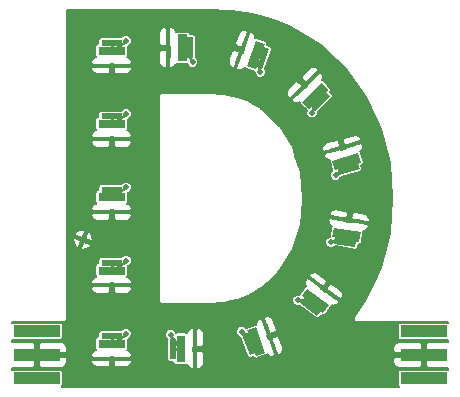
<source format=gtl>
G04 #@! TF.FileFunction,Copper,L1,Top,Signal*
%FSLAX46Y46*%
G04 Gerber Fmt 4.6, Leading zero omitted, Abs format (unit mm)*
G04 Created by KiCad (PCBNEW 4.0.0-rc2-stable) date 3/3/2016 3:43:09 PM*
%MOMM*%
G01*
G04 APERTURE LIST*
%ADD10C,0.150000*%
%ADD11R,0.500000X1.800000*%
%ADD12R,0.320000X2.300000*%
%ADD13R,0.800000X2.300000*%
%ADD14C,0.500000*%
%ADD15R,1.800000X0.500000*%
%ADD16R,2.300000X0.320000*%
%ADD17R,2.300000X0.800000*%
%ADD18R,4.000000X1.000000*%
%ADD19C,0.600000*%
%ADD20C,0.254000*%
%ADD21C,0.152400*%
G04 APERTURE END LIST*
D10*
D11*
X60544450Y-47680200D03*
D12*
X62444450Y-47680200D03*
D13*
X61194450Y-47680200D03*
D14*
X60344450Y-46480200D03*
D10*
G36*
X67036448Y-48218385D02*
X66415182Y-46528999D01*
X66884456Y-46356425D01*
X67505722Y-48045811D01*
X67036448Y-48218385D01*
X67036448Y-48218385D01*
G37*
G36*
X68990446Y-47766178D02*
X68196605Y-45607517D01*
X68496940Y-45497070D01*
X69290781Y-47655731D01*
X68990446Y-47766178D01*
X68990446Y-47766178D01*
G37*
G36*
X67592009Y-48280449D02*
X66798168Y-46121788D01*
X67549007Y-45845669D01*
X68342848Y-48004330D01*
X67592009Y-48280449D01*
X67592009Y-48280449D01*
G37*
D14*
X66358564Y-46230177D03*
D10*
G36*
X72781910Y-44868269D02*
X71338068Y-43793412D01*
X71636640Y-43392345D01*
X73080482Y-44467202D01*
X72781910Y-44868269D01*
X72781910Y-44868269D01*
G37*
G36*
X74170759Y-43421307D02*
X72325849Y-42047878D01*
X72516935Y-41791195D01*
X74361845Y-43164624D01*
X74170759Y-43421307D01*
X74170759Y-43421307D01*
G37*
G36*
X73281016Y-44616488D02*
X71436106Y-43243059D01*
X71913820Y-42601352D01*
X73758730Y-43974781D01*
X73281016Y-44616488D01*
X73281016Y-44616488D01*
G37*
D14*
X71127285Y-43574162D03*
D10*
G36*
X75989503Y-39050991D02*
X74212417Y-38764698D01*
X74291943Y-38271063D01*
X76069029Y-38557356D01*
X75989503Y-39050991D01*
X75989503Y-39050991D01*
G37*
G36*
X76552834Y-37126087D02*
X74282113Y-36760267D01*
X74333010Y-36444341D01*
X76603731Y-36810161D01*
X76552834Y-37126087D01*
X76552834Y-37126087D01*
G37*
G36*
X76315847Y-38597120D02*
X74045125Y-38231300D01*
X74172367Y-37441484D01*
X76443089Y-37807304D01*
X76315847Y-38597120D01*
X76315847Y-38597120D01*
G37*
D14*
X73924188Y-38667619D03*
D10*
G36*
X76356840Y-32458999D02*
X74622804Y-32941825D01*
X74488686Y-32460149D01*
X76222722Y-31977323D01*
X76356840Y-32458999D01*
X76356840Y-32458999D01*
G37*
G36*
X76063887Y-30474867D02*
X73848175Y-31091812D01*
X73762339Y-30783539D01*
X75978051Y-30166594D01*
X76063887Y-30474867D01*
X76063887Y-30474867D01*
G37*
G36*
X76463560Y-31910263D02*
X74247848Y-32527207D01*
X74033258Y-31756525D01*
X76248970Y-31139581D01*
X76463560Y-31910263D01*
X76463560Y-31910263D01*
G37*
D14*
X74320387Y-32974128D03*
D10*
G36*
X73867207Y-26265397D02*
X72577878Y-27521434D01*
X72228979Y-27163287D01*
X73518308Y-25907250D01*
X73867207Y-26265397D01*
X73867207Y-26265397D01*
G37*
G36*
X72657662Y-24665522D02*
X71010185Y-26270458D01*
X70786890Y-26041244D01*
X72434367Y-24436308D01*
X72657662Y-24665522D01*
X72657662Y-24665522D01*
G37*
G36*
X73697382Y-25732801D02*
X72049905Y-27337737D01*
X71491666Y-26764701D01*
X73139143Y-25159765D01*
X73697382Y-25732801D01*
X73697382Y-25732801D01*
G37*
D14*
X72328099Y-27694959D03*
D10*
G36*
X68716334Y-22276946D02*
X68096102Y-23966713D01*
X67626722Y-23794426D01*
X68246954Y-22104659D01*
X68716334Y-22276946D01*
X68716334Y-22276946D01*
G37*
G36*
X66934347Y-21356555D02*
X66141828Y-23515702D01*
X65841425Y-23405439D01*
X66633944Y-21246292D01*
X66934347Y-21356555D01*
X66934347Y-21356555D01*
G37*
G36*
X68333098Y-21869969D02*
X67540579Y-24029116D01*
X66789572Y-23753457D01*
X67582091Y-21594310D01*
X68333098Y-21869969D01*
X68333098Y-21869969D01*
G37*
D14*
X67945792Y-24231112D03*
D10*
G36*
X62256612Y-21297148D02*
X62256600Y-23097148D01*
X61756600Y-23097144D01*
X61756612Y-21297144D01*
X62256612Y-21297148D01*
X62256612Y-21297148D01*
G37*
G36*
X60266613Y-21047135D02*
X60266599Y-23347135D01*
X59946599Y-23347133D01*
X59946613Y-21047133D01*
X60266613Y-21047135D01*
X60266613Y-21047135D01*
G37*
G36*
X61756613Y-21047145D02*
X61756599Y-23347145D01*
X60956599Y-23347139D01*
X60956613Y-21047139D01*
X61756613Y-21047145D01*
X61756613Y-21047145D01*
G37*
D14*
X62206598Y-23397147D03*
D15*
X55361446Y-21801164D03*
D16*
X55361446Y-23701164D03*
D17*
X55361446Y-22451164D03*
D14*
X56561446Y-21601164D03*
D15*
X55361446Y-28003728D03*
D16*
X55361446Y-29903728D03*
D17*
X55361446Y-28653728D03*
D14*
X56561446Y-27803728D03*
D15*
X55361446Y-34206285D03*
D16*
X55361446Y-36106285D03*
D17*
X55361446Y-34856285D03*
D14*
X56561446Y-34006285D03*
D15*
X55361446Y-40408850D03*
D16*
X55361446Y-42308850D03*
D17*
X55361446Y-41058850D03*
D14*
X56561446Y-40208850D03*
D15*
X55361446Y-46611410D03*
D16*
X55361446Y-48511410D03*
D17*
X55361446Y-47261410D03*
D14*
X56561446Y-46411410D03*
D18*
X81795990Y-50192207D03*
X81795990Y-48192207D03*
X81795990Y-46192207D03*
D19*
X80795990Y-50192207D03*
X80795990Y-48192207D03*
X80795990Y-46192207D03*
D18*
X49020844Y-46192207D03*
X49020844Y-48192207D03*
X49020844Y-50192207D03*
D19*
X50020844Y-46192207D03*
X50020844Y-48192207D03*
X50020844Y-50192207D03*
D14*
X52932719Y-38452089D03*
D20*
X60540000Y-47680000D02*
X61190000Y-47680000D01*
X60540000Y-47680000D02*
X61190000Y-47680000D01*
X60540000Y-47680000D02*
X61190000Y-47680000D01*
X60540000Y-47680000D02*
X61190000Y-47680000D01*
X60540000Y-47680000D02*
X61190000Y-47680000D01*
X60540000Y-47680000D02*
X61190000Y-47680000D01*
X60540000Y-47680000D02*
X61190000Y-47680000D01*
X60540000Y-47680000D02*
X61190000Y-47680000D01*
X60540000Y-47680000D02*
X61190000Y-47680000D01*
X61190000Y-47680000D02*
X60340000Y-46480000D01*
X61190000Y-47680000D02*
X60340000Y-46480000D01*
X61190000Y-47680000D02*
X60340000Y-46480000D01*
X61190000Y-47680000D02*
X60340000Y-46480000D01*
X61190000Y-47680000D02*
X60340000Y-46480000D01*
X61190000Y-47680000D02*
X60340000Y-46480000D01*
X61190000Y-47680000D02*
X60340000Y-46480000D01*
X61190000Y-47680000D02*
X60340000Y-46480000D01*
X61190000Y-47680000D02*
X60340000Y-46480000D01*
X66960000Y-47290000D02*
X67570000Y-47060000D01*
X66960000Y-47290000D02*
X67570000Y-47060000D01*
X66960000Y-47290000D02*
X67570000Y-47060000D01*
X66960000Y-47290000D02*
X67570000Y-47060000D01*
X66960000Y-47290000D02*
X67570000Y-47060000D01*
X66960000Y-47290000D02*
X67570000Y-47060000D01*
X66960000Y-47290000D02*
X67570000Y-47060000D01*
X66960000Y-47290000D02*
X67570000Y-47060000D01*
X66960000Y-47290000D02*
X67570000Y-47060000D01*
X67570000Y-47060000D02*
X66360000Y-46230000D01*
X67570000Y-47060000D02*
X66360000Y-46230000D01*
X67570000Y-47060000D02*
X66360000Y-46230000D01*
X67570000Y-47060000D02*
X66360000Y-46230000D01*
X67570000Y-47060000D02*
X66360000Y-46230000D01*
X67570000Y-47060000D02*
X66360000Y-46230000D01*
X67570000Y-47060000D02*
X66360000Y-46230000D01*
X67570000Y-47060000D02*
X66360000Y-46230000D01*
X67570000Y-47060000D02*
X66360000Y-46230000D01*
X72210000Y-44130000D02*
X72600000Y-43610000D01*
X72210000Y-44130000D02*
X72600000Y-43610000D01*
X72210000Y-44130000D02*
X72600000Y-43610000D01*
X72210000Y-44130000D02*
X72600000Y-43610000D01*
X72210000Y-44130000D02*
X72600000Y-43610000D01*
X72210000Y-44130000D02*
X72600000Y-43610000D01*
X72210000Y-44130000D02*
X72600000Y-43610000D01*
X72210000Y-44130000D02*
X72600000Y-43610000D01*
X72210000Y-44130000D02*
X72600000Y-43610000D01*
X72600000Y-43610000D02*
X71130000Y-43570000D01*
X72600000Y-43610000D02*
X71130000Y-43570000D01*
X72600000Y-43610000D02*
X71130000Y-43570000D01*
X72600000Y-43610000D02*
X71130000Y-43570000D01*
X72600000Y-43610000D02*
X71130000Y-43570000D01*
X72600000Y-43610000D02*
X71130000Y-43570000D01*
X72600000Y-43610000D02*
X71130000Y-43570000D01*
X72600000Y-43610000D02*
X71130000Y-43570000D01*
X72600000Y-43610000D02*
X71130000Y-43570000D01*
X75140000Y-38660000D02*
X75240000Y-38020000D01*
X75140000Y-38660000D02*
X75240000Y-38020000D01*
X75140000Y-38660000D02*
X75240000Y-38020000D01*
X75140000Y-38660000D02*
X75240000Y-38020000D01*
X75140000Y-38660000D02*
X75240000Y-38020000D01*
X75140000Y-38660000D02*
X75240000Y-38020000D01*
X75140000Y-38660000D02*
X75240000Y-38020000D01*
X75140000Y-38660000D02*
X75240000Y-38020000D01*
X75140000Y-38660000D02*
X75240000Y-38020000D01*
X75240000Y-38020000D02*
X73920000Y-38670000D01*
X75240000Y-38020000D02*
X73920000Y-38670000D01*
X75240000Y-38020000D02*
X73920000Y-38670000D01*
X75240000Y-38020000D02*
X73920000Y-38670000D01*
X75240000Y-38020000D02*
X73920000Y-38670000D01*
X75240000Y-38020000D02*
X73920000Y-38670000D01*
X75240000Y-38020000D02*
X73920000Y-38670000D01*
X75240000Y-38020000D02*
X73920000Y-38670000D01*
X75240000Y-38020000D02*
X73920000Y-38670000D01*
X75420000Y-32460000D02*
X75250000Y-31830000D01*
X75420000Y-32460000D02*
X75250000Y-31830000D01*
X75420000Y-32460000D02*
X75250000Y-31830000D01*
X75420000Y-32460000D02*
X75250000Y-31830000D01*
X75420000Y-32460000D02*
X75250000Y-31830000D01*
X75420000Y-32460000D02*
X75250000Y-31830000D01*
X75420000Y-32460000D02*
X75250000Y-31830000D01*
X75420000Y-32460000D02*
X75250000Y-31830000D01*
X75420000Y-32460000D02*
X75250000Y-31830000D01*
X75250000Y-31830000D02*
X74320000Y-32970000D01*
X75250000Y-31830000D02*
X74320000Y-32970000D01*
X75250000Y-31830000D02*
X74320000Y-32970000D01*
X75250000Y-31830000D02*
X74320000Y-32970000D01*
X75250000Y-31830000D02*
X74320000Y-32970000D01*
X75250000Y-31830000D02*
X74320000Y-32970000D01*
X75250000Y-31830000D02*
X74320000Y-32970000D01*
X75250000Y-31830000D02*
X74320000Y-32970000D01*
X75250000Y-31830000D02*
X74320000Y-32970000D01*
X73050000Y-26710000D02*
X72590000Y-26250000D01*
X73050000Y-26710000D02*
X72590000Y-26250000D01*
X73050000Y-26710000D02*
X72590000Y-26250000D01*
X73050000Y-26710000D02*
X72590000Y-26250000D01*
X73050000Y-26710000D02*
X72590000Y-26250000D01*
X73050000Y-26710000D02*
X72590000Y-26250000D01*
X73050000Y-26710000D02*
X72590000Y-26250000D01*
X73050000Y-26710000D02*
X72590000Y-26250000D01*
X73050000Y-26710000D02*
X72590000Y-26250000D01*
X72590000Y-26250000D02*
X72330000Y-27690000D01*
X72590000Y-26250000D02*
X72330000Y-27690000D01*
X72590000Y-26250000D02*
X72330000Y-27690000D01*
X72590000Y-26250000D02*
X72330000Y-27690000D01*
X72590000Y-26250000D02*
X72330000Y-27690000D01*
X72590000Y-26250000D02*
X72330000Y-27690000D01*
X72590000Y-26250000D02*
X72330000Y-27690000D01*
X72590000Y-26250000D02*
X72330000Y-27690000D01*
X72590000Y-26250000D02*
X72330000Y-27690000D01*
X68170000Y-23040000D02*
X67560000Y-22810000D01*
X68170000Y-23040000D02*
X67560000Y-22810000D01*
X68170000Y-23040000D02*
X67560000Y-22810000D01*
X68170000Y-23040000D02*
X67560000Y-22810000D01*
X68170000Y-23040000D02*
X67560000Y-22810000D01*
X68170000Y-23040000D02*
X67560000Y-22810000D01*
X68170000Y-23040000D02*
X67560000Y-22810000D01*
X68170000Y-23040000D02*
X67560000Y-22810000D01*
X68170000Y-23040000D02*
X67560000Y-22810000D01*
X67560000Y-22810000D02*
X67950000Y-24230000D01*
X67560000Y-22810000D02*
X67950000Y-24230000D01*
X67560000Y-22810000D02*
X67950000Y-24230000D01*
X67560000Y-22810000D02*
X67950000Y-24230000D01*
X67560000Y-22810000D02*
X67950000Y-24230000D01*
X67560000Y-22810000D02*
X67950000Y-24230000D01*
X67560000Y-22810000D02*
X67950000Y-24230000D01*
X67560000Y-22810000D02*
X67950000Y-24230000D01*
X67560000Y-22810000D02*
X67950000Y-24230000D01*
X62010000Y-22200000D02*
X61360000Y-22200000D01*
X62010000Y-22200000D02*
X61360000Y-22200000D01*
X62010000Y-22200000D02*
X61360000Y-22200000D01*
X62010000Y-22200000D02*
X61360000Y-22200000D01*
X62010000Y-22200000D02*
X61360000Y-22200000D01*
X62010000Y-22200000D02*
X61360000Y-22200000D01*
X62010000Y-22200000D02*
X61360000Y-22200000D01*
X62010000Y-22200000D02*
X61360000Y-22200000D01*
X62010000Y-22200000D02*
X61360000Y-22200000D01*
X61360000Y-22200000D02*
X62210000Y-23400000D01*
X61360000Y-22200000D02*
X62210000Y-23400000D01*
X61360000Y-22200000D02*
X62210000Y-23400000D01*
X61360000Y-22200000D02*
X62210000Y-23400000D01*
X61360000Y-22200000D02*
X62210000Y-23400000D01*
X61360000Y-22200000D02*
X62210000Y-23400000D01*
X61360000Y-22200000D02*
X62210000Y-23400000D01*
X61360000Y-22200000D02*
X62210000Y-23400000D01*
X61360000Y-22200000D02*
X62210000Y-23400000D01*
X55360000Y-21800000D02*
X55360000Y-22450000D01*
X55360000Y-21800000D02*
X55360000Y-22450000D01*
X55360000Y-21800000D02*
X55360000Y-22450000D01*
X55360000Y-21800000D02*
X55360000Y-22450000D01*
X55360000Y-21800000D02*
X55360000Y-22450000D01*
X55360000Y-21800000D02*
X55360000Y-22450000D01*
X55360000Y-21800000D02*
X55360000Y-22450000D01*
X55360000Y-21800000D02*
X55360000Y-22450000D01*
X55360000Y-21800000D02*
X55360000Y-22450000D01*
X55360000Y-22450000D02*
X56560000Y-21600000D01*
X55360000Y-22450000D02*
X56560000Y-21600000D01*
X55360000Y-22450000D02*
X56560000Y-21600000D01*
X55360000Y-22450000D02*
X56560000Y-21600000D01*
X55360000Y-22450000D02*
X56560000Y-21600000D01*
X55360000Y-22450000D02*
X56560000Y-21600000D01*
X55360000Y-22450000D02*
X56560000Y-21600000D01*
X55360000Y-22450000D02*
X56560000Y-21600000D01*
X55360000Y-22450000D02*
X56560000Y-21600000D01*
X55360000Y-28000000D02*
X55360000Y-28650000D01*
X55360000Y-28000000D02*
X55360000Y-28650000D01*
X55360000Y-28000000D02*
X55360000Y-28650000D01*
X55360000Y-28000000D02*
X55360000Y-28650000D01*
X55360000Y-28000000D02*
X55360000Y-28650000D01*
X55360000Y-28000000D02*
X55360000Y-28650000D01*
X55360000Y-28000000D02*
X55360000Y-28650000D01*
X55360000Y-28000000D02*
X55360000Y-28650000D01*
X55360000Y-28000000D02*
X55360000Y-28650000D01*
X55360000Y-28650000D02*
X56560000Y-27800000D01*
X55360000Y-28650000D02*
X56560000Y-27800000D01*
X55360000Y-28650000D02*
X56560000Y-27800000D01*
X55360000Y-28650000D02*
X56560000Y-27800000D01*
X55360000Y-28650000D02*
X56560000Y-27800000D01*
X55360000Y-28650000D02*
X56560000Y-27800000D01*
X55360000Y-28650000D02*
X56560000Y-27800000D01*
X55360000Y-28650000D02*
X56560000Y-27800000D01*
X55360000Y-28650000D02*
X56560000Y-27800000D01*
X55360000Y-34210000D02*
X55360000Y-34860000D01*
X55360000Y-34210000D02*
X55360000Y-34860000D01*
X55360000Y-34210000D02*
X55360000Y-34860000D01*
X55360000Y-34210000D02*
X55360000Y-34860000D01*
X55360000Y-34210000D02*
X55360000Y-34860000D01*
X55360000Y-34210000D02*
X55360000Y-34860000D01*
X55360000Y-34210000D02*
X55360000Y-34860000D01*
X55360000Y-34210000D02*
X55360000Y-34860000D01*
X55360000Y-34210000D02*
X55360000Y-34860000D01*
X55360000Y-34860000D02*
X56560000Y-34010000D01*
X55360000Y-34860000D02*
X56560000Y-34010000D01*
X55360000Y-34860000D02*
X56560000Y-34010000D01*
X55360000Y-34860000D02*
X56560000Y-34010000D01*
X55360000Y-34860000D02*
X56560000Y-34010000D01*
X55360000Y-34860000D02*
X56560000Y-34010000D01*
X55360000Y-34860000D02*
X56560000Y-34010000D01*
X55360000Y-34860000D02*
X56560000Y-34010000D01*
X55360000Y-34860000D02*
X56560000Y-34010000D01*
X55360000Y-40410000D02*
X55360000Y-41060000D01*
X55360000Y-40410000D02*
X55360000Y-41060000D01*
X55360000Y-40410000D02*
X55360000Y-41060000D01*
X55360000Y-40410000D02*
X55360000Y-41060000D01*
X55360000Y-40410000D02*
X55360000Y-41060000D01*
X55360000Y-40410000D02*
X55360000Y-41060000D01*
X55360000Y-40410000D02*
X55360000Y-41060000D01*
X55360000Y-40410000D02*
X55360000Y-41060000D01*
X55360000Y-40410000D02*
X55360000Y-41060000D01*
X55360000Y-41060000D02*
X56560000Y-40210000D01*
X55360000Y-41060000D02*
X56560000Y-40210000D01*
X55360000Y-41060000D02*
X56560000Y-40210000D01*
X55360000Y-41060000D02*
X56560000Y-40210000D01*
X55360000Y-41060000D02*
X56560000Y-40210000D01*
X55360000Y-41060000D02*
X56560000Y-40210000D01*
X55360000Y-41060000D02*
X56560000Y-40210000D01*
X55360000Y-41060000D02*
X56560000Y-40210000D01*
X55360000Y-41060000D02*
X56560000Y-40210000D01*
X55360000Y-46610000D02*
X55360000Y-47260000D01*
X55360000Y-46610000D02*
X55360000Y-47260000D01*
X55360000Y-46610000D02*
X55360000Y-47260000D01*
X55360000Y-46610000D02*
X55360000Y-47260000D01*
X55360000Y-46610000D02*
X55360000Y-47260000D01*
X55360000Y-46610000D02*
X55360000Y-47260000D01*
X55360000Y-46610000D02*
X55360000Y-47260000D01*
X55360000Y-46610000D02*
X55360000Y-47260000D01*
X55360000Y-46610000D02*
X55360000Y-47260000D01*
X55360000Y-47260000D02*
X56560000Y-46410000D01*
X55360000Y-47260000D02*
X56560000Y-46410000D01*
X55360000Y-47260000D02*
X56560000Y-46410000D01*
X55360000Y-47260000D02*
X56560000Y-46410000D01*
X55360000Y-47260000D02*
X56560000Y-46410000D01*
X55360000Y-47260000D02*
X56560000Y-46410000D01*
X55360000Y-47260000D02*
X56560000Y-46410000D01*
X55360000Y-47260000D02*
X56560000Y-46410000D01*
X55360000Y-47260000D02*
X56560000Y-46410000D01*
D21*
G36*
X65443352Y-19087653D02*
X67205289Y-19343577D01*
X68854113Y-19765597D01*
X70367106Y-20361033D01*
X73052252Y-21954416D01*
X75239091Y-23984352D01*
X76926960Y-26378772D01*
X78146093Y-29082493D01*
X78884285Y-31966363D01*
X79130447Y-34940000D01*
X78884285Y-37913637D01*
X78146093Y-40797507D01*
X76927103Y-43500911D01*
X75872685Y-44988923D01*
X75859952Y-45017426D01*
X75842607Y-45043384D01*
X75837993Y-45066579D01*
X75828346Y-45088174D01*
X75827490Y-45119384D01*
X75821400Y-45150000D01*
X75826014Y-45173194D01*
X75825365Y-45196837D01*
X75836517Y-45225997D01*
X75842607Y-45256616D01*
X75855746Y-45276280D01*
X75864194Y-45298370D01*
X75885656Y-45321042D01*
X75903000Y-45347000D01*
X75922665Y-45360140D01*
X75938923Y-45377315D01*
X75967426Y-45390048D01*
X75993384Y-45407393D01*
X76016579Y-45412007D01*
X76038174Y-45421654D01*
X76069384Y-45422510D01*
X76100000Y-45428600D01*
X83831400Y-45428600D01*
X83831400Y-45466300D01*
X83795990Y-45459129D01*
X79795990Y-45459129D01*
X79711276Y-45475069D01*
X79633472Y-45525135D01*
X79581275Y-45601527D01*
X79562912Y-45692207D01*
X79562912Y-46692207D01*
X79578852Y-46776921D01*
X79628918Y-46854725D01*
X79705310Y-46906922D01*
X79795990Y-46925285D01*
X83795990Y-46925285D01*
X83831400Y-46918622D01*
X83831400Y-47108007D01*
X82119840Y-47108007D01*
X81973790Y-47254057D01*
X81973790Y-48014407D01*
X81993790Y-48014407D01*
X81993790Y-48370007D01*
X81973790Y-48370007D01*
X81973790Y-49130357D01*
X82119840Y-49276407D01*
X83831400Y-49276407D01*
X83831400Y-49466300D01*
X83795990Y-49459129D01*
X79795990Y-49459129D01*
X79711276Y-49475069D01*
X79633472Y-49525135D01*
X79581275Y-49601527D01*
X79562912Y-49692207D01*
X79562912Y-50692207D01*
X79578852Y-50776921D01*
X79628918Y-50854725D01*
X79653322Y-50871400D01*
X63590000Y-50871400D01*
X63546200Y-50880112D01*
X63535985Y-50881400D01*
X51380274Y-50881400D01*
X51330000Y-50871400D01*
X51164526Y-50871400D01*
X51183362Y-50859279D01*
X51235559Y-50782887D01*
X51253922Y-50692207D01*
X51253922Y-49692207D01*
X51237982Y-49607493D01*
X51187916Y-49529689D01*
X51111524Y-49477492D01*
X51020844Y-49459129D01*
X47020844Y-49459129D01*
X46936130Y-49475069D01*
X46908600Y-49492784D01*
X46908600Y-49276407D01*
X48696994Y-49276407D01*
X48843044Y-49130357D01*
X48843044Y-48370007D01*
X48823044Y-48370007D01*
X48823044Y-48130540D01*
X49121432Y-48130540D01*
X49166297Y-48479424D01*
X49198644Y-48557517D01*
X49198644Y-49130357D01*
X49344694Y-49276407D01*
X51137048Y-49276407D01*
X51351766Y-49187468D01*
X51516105Y-49023130D01*
X51605044Y-48808412D01*
X51605044Y-48737460D01*
X53627246Y-48737460D01*
X53627246Y-48787615D01*
X53716185Y-49002333D01*
X53880524Y-49166671D01*
X54095242Y-49255610D01*
X55037596Y-49255610D01*
X55183646Y-49109560D01*
X55183646Y-48591410D01*
X55539246Y-48591410D01*
X55539246Y-49109560D01*
X55685296Y-49255610D01*
X56627650Y-49255610D01*
X56842368Y-49166671D01*
X57006707Y-49002333D01*
X57095646Y-48787615D01*
X57095646Y-48737460D01*
X56949596Y-48591410D01*
X55539246Y-48591410D01*
X55183646Y-48591410D01*
X53773296Y-48591410D01*
X53627246Y-48737460D01*
X51605044Y-48737460D01*
X51605044Y-48516057D01*
X51458994Y-48370007D01*
X50888764Y-48370007D01*
X50920256Y-48253874D01*
X50917856Y-48235205D01*
X53627246Y-48235205D01*
X53627246Y-48285360D01*
X53773296Y-48431410D01*
X55183646Y-48431410D01*
X55183646Y-48351410D01*
X55539246Y-48351410D01*
X55539246Y-48431410D01*
X56949596Y-48431410D01*
X57095646Y-48285360D01*
X57095646Y-48235205D01*
X57006707Y-48020487D01*
X56842368Y-47856149D01*
X56696378Y-47795678D01*
X56726161Y-47752090D01*
X56744524Y-47661410D01*
X56744524Y-46861410D01*
X56743162Y-46854172D01*
X56832197Y-46817384D01*
X56966946Y-46682869D01*
X57011744Y-46574982D01*
X59865767Y-46574982D01*
X59938476Y-46750951D01*
X60061372Y-46874061D01*
X60061372Y-48580200D01*
X60077312Y-48664914D01*
X60127378Y-48742718D01*
X60203770Y-48794915D01*
X60294450Y-48813278D01*
X60561372Y-48813278D01*
X60561372Y-48830200D01*
X60577312Y-48914914D01*
X60627378Y-48992718D01*
X60703770Y-49044915D01*
X60794450Y-49063278D01*
X61594450Y-49063278D01*
X61679164Y-49047338D01*
X61728822Y-49015383D01*
X61789189Y-49161122D01*
X61953527Y-49325461D01*
X62168245Y-49414400D01*
X62218400Y-49414400D01*
X62364450Y-49268350D01*
X62364450Y-47858000D01*
X62524450Y-47858000D01*
X62524450Y-49268350D01*
X62670500Y-49414400D01*
X62720655Y-49414400D01*
X62935373Y-49325461D01*
X63099711Y-49161122D01*
X63188650Y-48946404D01*
X63188650Y-48004050D01*
X63042600Y-47858000D01*
X62524450Y-47858000D01*
X62364450Y-47858000D01*
X62284450Y-47858000D01*
X62284450Y-47502400D01*
X62364450Y-47502400D01*
X62364450Y-46092050D01*
X62524450Y-46092050D01*
X62524450Y-47502400D01*
X63042600Y-47502400D01*
X63188650Y-47356350D01*
X63188650Y-46413996D01*
X63151770Y-46324959D01*
X65879881Y-46324959D01*
X65952590Y-46500928D01*
X66087105Y-46635677D01*
X66227515Y-46693980D01*
X66817693Y-48298831D01*
X66861892Y-48372838D01*
X66935736Y-48428581D01*
X67025448Y-48451203D01*
X67116894Y-48437140D01*
X67367413Y-48345012D01*
X67373254Y-48360895D01*
X67417453Y-48434902D01*
X67491297Y-48490645D01*
X67581010Y-48513267D01*
X67672456Y-48499204D01*
X68423295Y-48223085D01*
X68497301Y-48178886D01*
X68532878Y-48131756D01*
X68639837Y-48247703D01*
X68850797Y-48345222D01*
X69083017Y-48354586D01*
X69130090Y-48337275D01*
X69216756Y-48149791D01*
X68729977Y-46826110D01*
X68654893Y-46853722D01*
X68624431Y-46770886D01*
X68880144Y-46770886D01*
X69366924Y-48094567D01*
X69554408Y-48181234D01*
X69601481Y-48163923D01*
X69772307Y-48006340D01*
X69869825Y-47795378D01*
X69878671Y-47576002D01*
X79211790Y-47576002D01*
X79211790Y-47868357D01*
X79357840Y-48014407D01*
X79928070Y-48014407D01*
X79896578Y-48130540D01*
X79927372Y-48370007D01*
X79357840Y-48370007D01*
X79211790Y-48516057D01*
X79211790Y-48808412D01*
X79300729Y-49023130D01*
X79465068Y-49187468D01*
X79679786Y-49276407D01*
X81472140Y-49276407D01*
X81618190Y-49130357D01*
X81618190Y-48538605D01*
X81695402Y-48253874D01*
X81650537Y-47904990D01*
X81618190Y-47826897D01*
X81618190Y-47254057D01*
X81472140Y-47108007D01*
X79679786Y-47108007D01*
X79465068Y-47196946D01*
X79300729Y-47361284D01*
X79211790Y-47576002D01*
X69878671Y-47576002D01*
X69879189Y-47563158D01*
X69798973Y-47345031D01*
X69553937Y-46678714D01*
X69366453Y-46592047D01*
X68880144Y-46770886D01*
X68624431Y-46770886D01*
X68532158Y-46519974D01*
X68607242Y-46492362D01*
X68120462Y-45168681D01*
X68000998Y-45113457D01*
X68270630Y-45113457D01*
X68757409Y-46437138D01*
X69243718Y-46258300D01*
X69330384Y-46070816D01*
X69085348Y-45404498D01*
X69005132Y-45186371D01*
X68847549Y-45015545D01*
X68636589Y-44918026D01*
X68404369Y-44908662D01*
X68357296Y-44925973D01*
X68270630Y-45113457D01*
X68000998Y-45113457D01*
X67932978Y-45082014D01*
X67885905Y-45099325D01*
X67715079Y-45256908D01*
X67617561Y-45467870D01*
X67611194Y-45625759D01*
X67560006Y-45612851D01*
X67468560Y-45626914D01*
X66717721Y-45903033D01*
X66711783Y-45906579D01*
X66630023Y-45824677D01*
X66454181Y-45751661D01*
X66263782Y-45751494D01*
X66087813Y-45824203D01*
X65953064Y-45958718D01*
X65880048Y-46134560D01*
X65879881Y-46324959D01*
X63151770Y-46324959D01*
X63099711Y-46199278D01*
X62935373Y-46034939D01*
X62720655Y-45946000D01*
X62670500Y-45946000D01*
X62524450Y-46092050D01*
X62364450Y-46092050D01*
X62218400Y-45946000D01*
X62168245Y-45946000D01*
X61953527Y-46034939D01*
X61789189Y-46199278D01*
X61728718Y-46345268D01*
X61685130Y-46315485D01*
X61594450Y-46297122D01*
X60794450Y-46297122D01*
X60787212Y-46298484D01*
X60750424Y-46209449D01*
X60615909Y-46074700D01*
X60440067Y-46001684D01*
X60249668Y-46001517D01*
X60073699Y-46074226D01*
X59938950Y-46208741D01*
X59865934Y-46384583D01*
X59865767Y-46574982D01*
X57011744Y-46574982D01*
X57039962Y-46507027D01*
X57040129Y-46316628D01*
X56967420Y-46140659D01*
X56832905Y-46005910D01*
X56657063Y-45932894D01*
X56466664Y-45932727D01*
X56290695Y-46005436D01*
X56167585Y-46128332D01*
X54461446Y-46128332D01*
X54376732Y-46144272D01*
X54298928Y-46194338D01*
X54246731Y-46270730D01*
X54228368Y-46361410D01*
X54228368Y-46628332D01*
X54211446Y-46628332D01*
X54126732Y-46644272D01*
X54048928Y-46694338D01*
X53996731Y-46770730D01*
X53978368Y-46861410D01*
X53978368Y-47661410D01*
X53994308Y-47746124D01*
X54026263Y-47795782D01*
X53880524Y-47856149D01*
X53716185Y-48020487D01*
X53627246Y-48235205D01*
X50917856Y-48235205D01*
X50889462Y-48014407D01*
X51458994Y-48014407D01*
X51605044Y-47868357D01*
X51605044Y-47576002D01*
X51516105Y-47361284D01*
X51351766Y-47196946D01*
X51137048Y-47108007D01*
X49344694Y-47108007D01*
X49198644Y-47254057D01*
X49198644Y-47845809D01*
X49121432Y-48130540D01*
X48823044Y-48130540D01*
X48823044Y-48014407D01*
X48843044Y-48014407D01*
X48843044Y-47254057D01*
X48696994Y-47108007D01*
X46908600Y-47108007D01*
X46908600Y-46892188D01*
X46930164Y-46906922D01*
X47020844Y-46925285D01*
X51020844Y-46925285D01*
X51105558Y-46909345D01*
X51183362Y-46859279D01*
X51235559Y-46782887D01*
X51253922Y-46692207D01*
X51253922Y-45692207D01*
X51237982Y-45607493D01*
X51187916Y-45529689D01*
X51111524Y-45477492D01*
X51020844Y-45459129D01*
X47020844Y-45459129D01*
X46936130Y-45475069D01*
X46908600Y-45492784D01*
X46908600Y-45428600D01*
X51330000Y-45428600D01*
X51436616Y-45407393D01*
X51527000Y-45347000D01*
X51587393Y-45256616D01*
X51608600Y-45150000D01*
X51608600Y-42534900D01*
X53627246Y-42534900D01*
X53627246Y-42585055D01*
X53716185Y-42799773D01*
X53880524Y-42964111D01*
X54095242Y-43053050D01*
X55037596Y-43053050D01*
X55183646Y-42907000D01*
X55183646Y-42388850D01*
X55539246Y-42388850D01*
X55539246Y-42907000D01*
X55685296Y-43053050D01*
X56627650Y-43053050D01*
X56842368Y-42964111D01*
X57006707Y-42799773D01*
X57095646Y-42585055D01*
X57095646Y-42534900D01*
X56949596Y-42388850D01*
X55539246Y-42388850D01*
X55183646Y-42388850D01*
X53773296Y-42388850D01*
X53627246Y-42534900D01*
X51608600Y-42534900D01*
X51608600Y-42032645D01*
X53627246Y-42032645D01*
X53627246Y-42082800D01*
X53773296Y-42228850D01*
X55183646Y-42228850D01*
X55183646Y-42148850D01*
X55539246Y-42148850D01*
X55539246Y-42228850D01*
X56949596Y-42228850D01*
X57095646Y-42082800D01*
X57095646Y-42032645D01*
X57006707Y-41817927D01*
X56842368Y-41653589D01*
X56696378Y-41593118D01*
X56726161Y-41549530D01*
X56744524Y-41458850D01*
X56744524Y-40658850D01*
X56743162Y-40651612D01*
X56832197Y-40614824D01*
X56966946Y-40480309D01*
X57039962Y-40304467D01*
X57040129Y-40114068D01*
X56967420Y-39938099D01*
X56832905Y-39803350D01*
X56657063Y-39730334D01*
X56466664Y-39730167D01*
X56290695Y-39802876D01*
X56167585Y-39925772D01*
X54461446Y-39925772D01*
X54376732Y-39941712D01*
X54298928Y-39991778D01*
X54246731Y-40068170D01*
X54228368Y-40158850D01*
X54228368Y-40425772D01*
X54211446Y-40425772D01*
X54126732Y-40441712D01*
X54048928Y-40491778D01*
X53996731Y-40568170D01*
X53978368Y-40658850D01*
X53978368Y-41458850D01*
X53994308Y-41543564D01*
X54026263Y-41593222D01*
X53880524Y-41653589D01*
X53716185Y-41817927D01*
X53627246Y-42032645D01*
X51608600Y-42032645D01*
X51608600Y-39144720D01*
X52803983Y-39144720D01*
X52883784Y-39301224D01*
X53212459Y-39255314D01*
X53498546Y-39087120D01*
X53601120Y-38978078D01*
X53536780Y-38814610D01*
X53005326Y-38613266D01*
X52803983Y-39144720D01*
X51608600Y-39144720D01*
X51608600Y-38403154D01*
X52083584Y-38403154D01*
X52129494Y-38731829D01*
X52297688Y-39017916D01*
X52406730Y-39120490D01*
X52570198Y-39056150D01*
X52771542Y-38524696D01*
X52388244Y-38379482D01*
X53093896Y-38379482D01*
X53625350Y-38580825D01*
X53781854Y-38501024D01*
X53735944Y-38172349D01*
X53567750Y-37886262D01*
X53458708Y-37783688D01*
X53295240Y-37848028D01*
X53093896Y-38379482D01*
X52388244Y-38379482D01*
X52240088Y-38323353D01*
X52083584Y-38403154D01*
X51608600Y-38403154D01*
X51608600Y-37926100D01*
X52264318Y-37926100D01*
X52328658Y-38089568D01*
X52860112Y-38290912D01*
X53061455Y-37759458D01*
X52981654Y-37602954D01*
X52652979Y-37648864D01*
X52366892Y-37817058D01*
X52264318Y-37926100D01*
X51608600Y-37926100D01*
X51608600Y-36332335D01*
X53627246Y-36332335D01*
X53627246Y-36382490D01*
X53716185Y-36597208D01*
X53880524Y-36761546D01*
X54095242Y-36850485D01*
X55037596Y-36850485D01*
X55183646Y-36704435D01*
X55183646Y-36186285D01*
X55539246Y-36186285D01*
X55539246Y-36704435D01*
X55685296Y-36850485D01*
X56627650Y-36850485D01*
X56842368Y-36761546D01*
X57006707Y-36597208D01*
X57095646Y-36382490D01*
X57095646Y-36332335D01*
X56949596Y-36186285D01*
X55539246Y-36186285D01*
X55183646Y-36186285D01*
X53773296Y-36186285D01*
X53627246Y-36332335D01*
X51608600Y-36332335D01*
X51608600Y-35830080D01*
X53627246Y-35830080D01*
X53627246Y-35880235D01*
X53773296Y-36026285D01*
X55183646Y-36026285D01*
X55183646Y-35946285D01*
X55539246Y-35946285D01*
X55539246Y-36026285D01*
X56949596Y-36026285D01*
X57095646Y-35880235D01*
X57095646Y-35830080D01*
X57006707Y-35615362D01*
X56842368Y-35451024D01*
X56696378Y-35390553D01*
X56726161Y-35346965D01*
X56744524Y-35256285D01*
X56744524Y-34456285D01*
X56743162Y-34449047D01*
X56832197Y-34412259D01*
X56966946Y-34277744D01*
X57039962Y-34101902D01*
X57040129Y-33911503D01*
X56967420Y-33735534D01*
X56832905Y-33600785D01*
X56657063Y-33527769D01*
X56466664Y-33527602D01*
X56290695Y-33600311D01*
X56167585Y-33723207D01*
X54461446Y-33723207D01*
X54376732Y-33739147D01*
X54298928Y-33789213D01*
X54246731Y-33865605D01*
X54228368Y-33956285D01*
X54228368Y-34223207D01*
X54211446Y-34223207D01*
X54126732Y-34239147D01*
X54048928Y-34289213D01*
X53996731Y-34365605D01*
X53978368Y-34456285D01*
X53978368Y-35256285D01*
X53994308Y-35340999D01*
X54026263Y-35390657D01*
X53880524Y-35451024D01*
X53716185Y-35615362D01*
X53627246Y-35830080D01*
X51608600Y-35830080D01*
X51608600Y-30129778D01*
X53627246Y-30129778D01*
X53627246Y-30179933D01*
X53716185Y-30394651D01*
X53880524Y-30558989D01*
X54095242Y-30647928D01*
X55037596Y-30647928D01*
X55183646Y-30501878D01*
X55183646Y-29983728D01*
X55539246Y-29983728D01*
X55539246Y-30501878D01*
X55685296Y-30647928D01*
X56627650Y-30647928D01*
X56842368Y-30558989D01*
X57006707Y-30394651D01*
X57095646Y-30179933D01*
X57095646Y-30129778D01*
X56949596Y-29983728D01*
X55539246Y-29983728D01*
X55183646Y-29983728D01*
X53773296Y-29983728D01*
X53627246Y-30129778D01*
X51608600Y-30129778D01*
X51608600Y-29627523D01*
X53627246Y-29627523D01*
X53627246Y-29677678D01*
X53773296Y-29823728D01*
X55183646Y-29823728D01*
X55183646Y-29743728D01*
X55539246Y-29743728D01*
X55539246Y-29823728D01*
X56949596Y-29823728D01*
X57095646Y-29677678D01*
X57095646Y-29627523D01*
X57006707Y-29412805D01*
X56842368Y-29248467D01*
X56696378Y-29187996D01*
X56726161Y-29144408D01*
X56744524Y-29053728D01*
X56744524Y-28253728D01*
X56743162Y-28246490D01*
X56832197Y-28209702D01*
X56966946Y-28075187D01*
X57039962Y-27899345D01*
X57040129Y-27708946D01*
X56967420Y-27532977D01*
X56832905Y-27398228D01*
X56657063Y-27325212D01*
X56466664Y-27325045D01*
X56290695Y-27397754D01*
X56167585Y-27520650D01*
X54461446Y-27520650D01*
X54376732Y-27536590D01*
X54298928Y-27586656D01*
X54246731Y-27663048D01*
X54228368Y-27753728D01*
X54228368Y-28020650D01*
X54211446Y-28020650D01*
X54126732Y-28036590D01*
X54048928Y-28086656D01*
X53996731Y-28163048D01*
X53978368Y-28253728D01*
X53978368Y-29053728D01*
X53994308Y-29138442D01*
X54026263Y-29188100D01*
X53880524Y-29248467D01*
X53716185Y-29412805D01*
X53627246Y-29627523D01*
X51608600Y-29627523D01*
X51608600Y-26280000D01*
X59341400Y-26280000D01*
X59341400Y-43600000D01*
X59362607Y-43706616D01*
X59423000Y-43797000D01*
X59513384Y-43857393D01*
X59620000Y-43878600D01*
X63560000Y-43878600D01*
X63568850Y-43876840D01*
X63577794Y-43878031D01*
X64827794Y-43798031D01*
X64846358Y-43793088D01*
X64865567Y-43793002D01*
X65475069Y-43668944D01*
X70648602Y-43668944D01*
X70721311Y-43844913D01*
X70855826Y-43979662D01*
X71031668Y-44052678D01*
X71222067Y-44052845D01*
X71269765Y-44033137D01*
X72642729Y-45055229D01*
X72720199Y-45093029D01*
X72812505Y-45099330D01*
X72899991Y-45069222D01*
X72968870Y-45007450D01*
X73128261Y-44793343D01*
X73141835Y-44803448D01*
X73219305Y-44841248D01*
X73311612Y-44847549D01*
X73399097Y-44817441D01*
X73467976Y-44755669D01*
X73945690Y-44113962D01*
X73983490Y-44036491D01*
X73987512Y-43977577D01*
X74140461Y-44016181D01*
X74370417Y-43982494D01*
X74569975Y-43863370D01*
X74599925Y-43823139D01*
X74569986Y-43618775D01*
X73438695Y-42776594D01*
X73390923Y-42840765D01*
X73132325Y-42648252D01*
X73534238Y-42648252D01*
X74665529Y-43490433D01*
X74869893Y-43460494D01*
X74899843Y-43420263D01*
X74956719Y-43194921D01*
X74923031Y-42964966D01*
X74803907Y-42765407D01*
X74617484Y-42626626D01*
X74048012Y-42202687D01*
X73843648Y-42232626D01*
X73534238Y-42648252D01*
X73132325Y-42648252D01*
X73105685Y-42628420D01*
X73153456Y-42564250D01*
X72022165Y-41722069D01*
X71817801Y-41752008D01*
X71787851Y-41792239D01*
X71730975Y-42017581D01*
X71764663Y-42247536D01*
X71845657Y-42383220D01*
X71795739Y-42400399D01*
X71726860Y-42462171D01*
X71249146Y-43103878D01*
X71248065Y-43106094D01*
X71222902Y-43095646D01*
X71032503Y-43095479D01*
X70856534Y-43168188D01*
X70721785Y-43302703D01*
X70648769Y-43478545D01*
X70648602Y-43668944D01*
X65475069Y-43668944D01*
X65995567Y-43563002D01*
X66017888Y-43553640D01*
X66041713Y-43549369D01*
X67061714Y-43149369D01*
X67082673Y-43135933D01*
X67106014Y-43127272D01*
X68016014Y-42567272D01*
X68037846Y-42547015D01*
X68062939Y-42530979D01*
X69252122Y-41389363D01*
X72087769Y-41389363D01*
X72117708Y-41593727D01*
X73248999Y-42435908D01*
X73558409Y-42020282D01*
X73528470Y-41815918D01*
X72958998Y-41391979D01*
X72772575Y-41253197D01*
X72547233Y-41196321D01*
X72317277Y-41230008D01*
X72117719Y-41349132D01*
X72087769Y-41389363D01*
X69252122Y-41389363D01*
X69562940Y-41090978D01*
X69583695Y-41061248D01*
X69608186Y-41034517D01*
X70688186Y-39254518D01*
X70699556Y-39223275D01*
X70715589Y-39194147D01*
X70852379Y-38762401D01*
X73445505Y-38762401D01*
X73518214Y-38938370D01*
X73652729Y-39073119D01*
X73828571Y-39146135D01*
X74018970Y-39146302D01*
X74194939Y-39073593D01*
X74260171Y-39008474D01*
X75952432Y-39281102D01*
X76038602Y-39278839D01*
X76123380Y-39241785D01*
X76187062Y-39174668D01*
X76219614Y-39088063D01*
X76262068Y-38824540D01*
X76278775Y-38827231D01*
X76364946Y-38824968D01*
X76449723Y-38787914D01*
X76513406Y-38720797D01*
X76545958Y-38634192D01*
X76673200Y-37844376D01*
X76670937Y-37758205D01*
X76647287Y-37704096D01*
X76800772Y-37667677D01*
X76989157Y-37531570D01*
X77111115Y-37333731D01*
X77119092Y-37284215D01*
X76998131Y-37116794D01*
X75605734Y-36892475D01*
X75593010Y-36971457D01*
X75241937Y-36914897D01*
X75254661Y-36835916D01*
X74625225Y-36734512D01*
X75631183Y-36734512D01*
X77023579Y-36958831D01*
X77191000Y-36837870D01*
X77198977Y-36788353D01*
X77145321Y-36562223D01*
X77009213Y-36373838D01*
X76811374Y-36251880D01*
X76581924Y-36214915D01*
X75881016Y-36101997D01*
X75713596Y-36222958D01*
X75631183Y-36734512D01*
X74625225Y-36734512D01*
X73862265Y-36611597D01*
X73694844Y-36732558D01*
X73686867Y-36782075D01*
X73740523Y-37008205D01*
X73876631Y-37196590D01*
X74011145Y-37279511D01*
X73974808Y-37317807D01*
X73942256Y-37404412D01*
X73815014Y-38194228D01*
X73815031Y-38194876D01*
X73653437Y-38261645D01*
X73518688Y-38396160D01*
X73445672Y-38572002D01*
X73445505Y-38762401D01*
X70852379Y-38762401D01*
X71355589Y-37174147D01*
X71358814Y-37145074D01*
X71367280Y-37117083D01*
X71448434Y-36286213D01*
X73766752Y-36286213D01*
X73887713Y-36453634D01*
X75280110Y-36677953D01*
X75362522Y-36166399D01*
X75241561Y-35998979D01*
X74540654Y-35886060D01*
X74311203Y-35849095D01*
X74085072Y-35902751D01*
X73896687Y-36038858D01*
X73774729Y-36236697D01*
X73766752Y-36286213D01*
X71448434Y-36286213D01*
X71577280Y-34967084D01*
X71574597Y-34940066D01*
X71577293Y-34913041D01*
X71367293Y-32753041D01*
X71358763Y-32724795D01*
X71355468Y-32695473D01*
X70915006Y-31312145D01*
X73303101Y-31312145D01*
X73316554Y-31360462D01*
X73459829Y-31543454D01*
X73662227Y-31657688D01*
X73819087Y-31676783D01*
X73802088Y-31726762D01*
X73808722Y-31819045D01*
X74023312Y-32589727D01*
X74024865Y-32592882D01*
X73914887Y-32702669D01*
X73841871Y-32878511D01*
X73841704Y-33068910D01*
X73914413Y-33244879D01*
X74048928Y-33379628D01*
X74224770Y-33452644D01*
X74415169Y-33452811D01*
X74591138Y-33380102D01*
X74725887Y-33245587D01*
X74768388Y-33143233D01*
X76419360Y-32683535D01*
X76496694Y-32645456D01*
X76558218Y-32576355D01*
X76588010Y-32488762D01*
X76581376Y-32396479D01*
X76509778Y-32139338D01*
X76526080Y-32134799D01*
X76603414Y-32096720D01*
X76664938Y-32027619D01*
X76694730Y-31940026D01*
X76688096Y-31847743D01*
X76473506Y-31077061D01*
X76435427Y-30999727D01*
X76391324Y-30960460D01*
X76515529Y-30863213D01*
X76629764Y-30660816D01*
X76657848Y-30430110D01*
X76644395Y-30381793D01*
X76464521Y-30280271D01*
X75105856Y-30658579D01*
X75127315Y-30735647D01*
X74784747Y-30831032D01*
X74763288Y-30753964D01*
X73404623Y-31132271D01*
X73303101Y-31312145D01*
X70915006Y-31312145D01*
X70760944Y-30828296D01*
X73168378Y-30828296D01*
X73181831Y-30876613D01*
X73361705Y-30978135D01*
X74720370Y-30599827D01*
X74581383Y-30100666D01*
X74412383Y-30005281D01*
X74923951Y-30005281D01*
X75062938Y-30504442D01*
X76421603Y-30126135D01*
X76523125Y-29946261D01*
X76509672Y-29897944D01*
X76366397Y-29714952D01*
X76163999Y-29600718D01*
X75933293Y-29572633D01*
X75709401Y-29634974D01*
X75025473Y-29825407D01*
X74923951Y-30005281D01*
X74412383Y-30005281D01*
X74401509Y-29999144D01*
X73717582Y-30189577D01*
X73493690Y-30251918D01*
X73310697Y-30395193D01*
X73196462Y-30597590D01*
X73168378Y-30828296D01*
X70760944Y-30828296D01*
X70715468Y-30685473D01*
X70699489Y-30656541D01*
X70688186Y-30625482D01*
X69608186Y-28845483D01*
X69583695Y-28818752D01*
X69562940Y-28789022D01*
X68062939Y-27349021D01*
X68037846Y-27332985D01*
X68016014Y-27312728D01*
X67106014Y-26752728D01*
X67082673Y-26744067D01*
X67061714Y-26730631D01*
X67048434Y-26725423D01*
X70637816Y-26725423D01*
X70672814Y-26761349D01*
X70886350Y-26853089D01*
X71118740Y-26856128D01*
X71265508Y-26797571D01*
X71274590Y-26849575D01*
X71324714Y-26927342D01*
X71882953Y-27500378D01*
X71888932Y-27504579D01*
X71849583Y-27599342D01*
X71849416Y-27789741D01*
X71922125Y-27965710D01*
X72056640Y-28100459D01*
X72232482Y-28173475D01*
X72422881Y-28173642D01*
X72598850Y-28100933D01*
X72733599Y-27966418D01*
X72806615Y-27790576D01*
X72806761Y-27623854D01*
X74029848Y-26432349D01*
X74079406Y-26361818D01*
X74100201Y-26271665D01*
X74084283Y-26180523D01*
X74034159Y-26102756D01*
X73847901Y-25911562D01*
X73860023Y-25899753D01*
X73909581Y-25829223D01*
X73930376Y-25739069D01*
X73914458Y-25647927D01*
X73864334Y-25570160D01*
X73306095Y-24997124D01*
X73235564Y-24947566D01*
X73178024Y-24934294D01*
X73240292Y-24789358D01*
X73243332Y-24556968D01*
X73157209Y-24341105D01*
X73122211Y-24305179D01*
X72915683Y-24302478D01*
X71905457Y-25286618D01*
X71961281Y-25343921D01*
X71706567Y-25592058D01*
X71650743Y-25534755D01*
X70640517Y-26518895D01*
X70637816Y-26725423D01*
X67048434Y-26725423D01*
X66041713Y-26330631D01*
X66017888Y-26326360D01*
X65995567Y-26316998D01*
X65174107Y-26149798D01*
X70201220Y-26149798D01*
X70287343Y-26365661D01*
X70322341Y-26401587D01*
X70528869Y-26404288D01*
X71539095Y-25420148D01*
X71177531Y-25049000D01*
X70971003Y-25046299D01*
X70462473Y-25541697D01*
X70296000Y-25703872D01*
X70204260Y-25917408D01*
X70201220Y-26149798D01*
X65174107Y-26149798D01*
X64865567Y-26086998D01*
X64846358Y-26086912D01*
X64827794Y-26081969D01*
X63577794Y-26001969D01*
X63568850Y-26003160D01*
X63560000Y-26001400D01*
X59620000Y-26001400D01*
X59513384Y-26022607D01*
X59423000Y-26083000D01*
X59362607Y-26173384D01*
X59341400Y-26280000D01*
X51608600Y-26280000D01*
X51608600Y-24800863D01*
X71432245Y-24800863D01*
X71793809Y-25172011D01*
X72804035Y-24187871D01*
X72806736Y-23981343D01*
X72771738Y-23945417D01*
X72558202Y-23853677D01*
X72325812Y-23850638D01*
X72109949Y-23936762D01*
X71943476Y-24098936D01*
X71434946Y-24594335D01*
X71432245Y-24800863D01*
X51608600Y-24800863D01*
X51608600Y-23927214D01*
X53627246Y-23927214D01*
X53627246Y-23977369D01*
X53716185Y-24192087D01*
X53880524Y-24356425D01*
X54095242Y-24445364D01*
X55037596Y-24445364D01*
X55183646Y-24299314D01*
X55183646Y-23781164D01*
X55539246Y-23781164D01*
X55539246Y-24299314D01*
X55685296Y-24445364D01*
X56627650Y-24445364D01*
X56842368Y-24356425D01*
X57006707Y-24192087D01*
X57095646Y-23977369D01*
X57095646Y-23927214D01*
X56949596Y-23781164D01*
X55539246Y-23781164D01*
X55183646Y-23781164D01*
X53773296Y-23781164D01*
X53627246Y-23927214D01*
X51608600Y-23927214D01*
X51608600Y-23424959D01*
X53627246Y-23424959D01*
X53627246Y-23475114D01*
X53773296Y-23621164D01*
X55183646Y-23621164D01*
X55183646Y-23541164D01*
X55539246Y-23541164D01*
X55539246Y-23621164D01*
X56949596Y-23621164D01*
X57095646Y-23475114D01*
X57095646Y-23463333D01*
X59362398Y-23463333D01*
X59451335Y-23678052D01*
X59615672Y-23842392D01*
X59830390Y-23931332D01*
X59880545Y-23931333D01*
X60026593Y-23785285D01*
X60186596Y-23785285D01*
X60332645Y-23931335D01*
X60382800Y-23931336D01*
X60597518Y-23842398D01*
X60761857Y-23678060D01*
X60822330Y-23532070D01*
X60865917Y-23561853D01*
X60956597Y-23580217D01*
X61756597Y-23580223D01*
X61763835Y-23578861D01*
X61800624Y-23667898D01*
X61935139Y-23802647D01*
X62110981Y-23875663D01*
X62301380Y-23875830D01*
X62477349Y-23803121D01*
X62612098Y-23668606D01*
X62685114Y-23492764D01*
X62685271Y-23313226D01*
X65252961Y-23313226D01*
X65262467Y-23545441D01*
X65360114Y-23756342D01*
X65531037Y-23913821D01*
X65578120Y-23931103D01*
X65646476Y-23899454D01*
X65915752Y-23899454D01*
X66002533Y-24086884D01*
X66049617Y-24104166D01*
X66281831Y-24094660D01*
X66492732Y-23997012D01*
X66599804Y-23880799D01*
X66630460Y-23923776D01*
X66709259Y-23972261D01*
X67460266Y-24247920D01*
X67467176Y-24249076D01*
X67467109Y-24325894D01*
X67539818Y-24501863D01*
X67674333Y-24636612D01*
X67850175Y-24709628D01*
X68040574Y-24709795D01*
X68216543Y-24637086D01*
X68351292Y-24502571D01*
X68424308Y-24326729D01*
X68424475Y-24136330D01*
X68351766Y-23960361D01*
X68348074Y-23956662D01*
X68935138Y-22357258D01*
X68949364Y-22272240D01*
X68929174Y-22181949D01*
X68875446Y-22106627D01*
X68796647Y-22058142D01*
X68546071Y-21966167D01*
X68551902Y-21950281D01*
X68566128Y-21865263D01*
X68545938Y-21774972D01*
X68492210Y-21699650D01*
X68413411Y-21651165D01*
X67662404Y-21375506D01*
X67577385Y-21361280D01*
X67519757Y-21374166D01*
X67513305Y-21216553D01*
X67415658Y-21005652D01*
X67244735Y-20848173D01*
X67197652Y-20830891D01*
X67010221Y-20917672D01*
X66524252Y-22241651D01*
X66599352Y-22269217D01*
X66476823Y-22603040D01*
X66401722Y-22575474D01*
X65915752Y-23899454D01*
X65646476Y-23899454D01*
X65765551Y-23844322D01*
X66251520Y-22520343D01*
X65765102Y-22341802D01*
X65577671Y-22428583D01*
X65333043Y-23095050D01*
X65252961Y-23313226D01*
X62685271Y-23313226D01*
X62685281Y-23302365D01*
X62612572Y-23126396D01*
X62489679Y-23003289D01*
X62489686Y-21820548D01*
X65800851Y-21820548D01*
X65887632Y-22007979D01*
X66374050Y-22186520D01*
X66860020Y-20862540D01*
X66773239Y-20675110D01*
X66726155Y-20657828D01*
X66493941Y-20667334D01*
X66283040Y-20764982D01*
X66125562Y-20935905D01*
X66045480Y-21154081D01*
X65800851Y-21820548D01*
X62489686Y-21820548D01*
X62489690Y-21297150D01*
X62473751Y-21212436D01*
X62423685Y-21134631D01*
X62347294Y-21082434D01*
X62256614Y-21064070D01*
X61989691Y-21064068D01*
X61989691Y-21047146D01*
X61973752Y-20962433D01*
X61923686Y-20884628D01*
X61847295Y-20832431D01*
X61756615Y-20814067D01*
X60956615Y-20814061D01*
X60871900Y-20830000D01*
X60822242Y-20861954D01*
X60761877Y-20716216D01*
X60597540Y-20551876D01*
X60382822Y-20462936D01*
X60332667Y-20462935D01*
X60186616Y-20608985D01*
X60186607Y-22019335D01*
X60266607Y-22019335D01*
X60266605Y-22374935D01*
X60186596Y-23785285D01*
X60026593Y-23785285D01*
X60026596Y-23785283D01*
X60026605Y-22374933D01*
X59508455Y-22374930D01*
X59362404Y-22520979D01*
X59362399Y-23230924D01*
X59362398Y-23463333D01*
X57095646Y-23463333D01*
X57095646Y-23424959D01*
X57006707Y-23210241D01*
X56842368Y-23045903D01*
X56696378Y-22985432D01*
X56726161Y-22941844D01*
X56744524Y-22851164D01*
X56744524Y-22051164D01*
X56743162Y-22043926D01*
X56832197Y-22007138D01*
X56966288Y-21873279D01*
X59362408Y-21873279D01*
X59508457Y-22019330D01*
X60026607Y-22019333D01*
X60026616Y-20608983D01*
X59880567Y-20462933D01*
X59830412Y-20462932D01*
X59615694Y-20551870D01*
X59451355Y-20716208D01*
X59362414Y-20930925D01*
X59362413Y-21163334D01*
X59362408Y-21873279D01*
X56966288Y-21873279D01*
X56966946Y-21872623D01*
X57039962Y-21696781D01*
X57040129Y-21506382D01*
X56967420Y-21330413D01*
X56832905Y-21195664D01*
X56657063Y-21122648D01*
X56466664Y-21122481D01*
X56290695Y-21195190D01*
X56167585Y-21318086D01*
X54461446Y-21318086D01*
X54376732Y-21334026D01*
X54298928Y-21384092D01*
X54246731Y-21460484D01*
X54228368Y-21551164D01*
X54228368Y-21818086D01*
X54211446Y-21818086D01*
X54126732Y-21834026D01*
X54048928Y-21884092D01*
X53996731Y-21960484D01*
X53978368Y-22051164D01*
X53978368Y-22851164D01*
X53994308Y-22935878D01*
X54026263Y-22985536D01*
X53880524Y-23045903D01*
X53716185Y-23210241D01*
X53627246Y-23424959D01*
X51608600Y-23424959D01*
X51608600Y-18998600D01*
X63553445Y-18998600D01*
X65443352Y-19087653D01*
X65443352Y-19087653D01*
G37*
X65443352Y-19087653D02*
X67205289Y-19343577D01*
X68854113Y-19765597D01*
X70367106Y-20361033D01*
X73052252Y-21954416D01*
X75239091Y-23984352D01*
X76926960Y-26378772D01*
X78146093Y-29082493D01*
X78884285Y-31966363D01*
X79130447Y-34940000D01*
X78884285Y-37913637D01*
X78146093Y-40797507D01*
X76927103Y-43500911D01*
X75872685Y-44988923D01*
X75859952Y-45017426D01*
X75842607Y-45043384D01*
X75837993Y-45066579D01*
X75828346Y-45088174D01*
X75827490Y-45119384D01*
X75821400Y-45150000D01*
X75826014Y-45173194D01*
X75825365Y-45196837D01*
X75836517Y-45225997D01*
X75842607Y-45256616D01*
X75855746Y-45276280D01*
X75864194Y-45298370D01*
X75885656Y-45321042D01*
X75903000Y-45347000D01*
X75922665Y-45360140D01*
X75938923Y-45377315D01*
X75967426Y-45390048D01*
X75993384Y-45407393D01*
X76016579Y-45412007D01*
X76038174Y-45421654D01*
X76069384Y-45422510D01*
X76100000Y-45428600D01*
X83831400Y-45428600D01*
X83831400Y-45466300D01*
X83795990Y-45459129D01*
X79795990Y-45459129D01*
X79711276Y-45475069D01*
X79633472Y-45525135D01*
X79581275Y-45601527D01*
X79562912Y-45692207D01*
X79562912Y-46692207D01*
X79578852Y-46776921D01*
X79628918Y-46854725D01*
X79705310Y-46906922D01*
X79795990Y-46925285D01*
X83795990Y-46925285D01*
X83831400Y-46918622D01*
X83831400Y-47108007D01*
X82119840Y-47108007D01*
X81973790Y-47254057D01*
X81973790Y-48014407D01*
X81993790Y-48014407D01*
X81993790Y-48370007D01*
X81973790Y-48370007D01*
X81973790Y-49130357D01*
X82119840Y-49276407D01*
X83831400Y-49276407D01*
X83831400Y-49466300D01*
X83795990Y-49459129D01*
X79795990Y-49459129D01*
X79711276Y-49475069D01*
X79633472Y-49525135D01*
X79581275Y-49601527D01*
X79562912Y-49692207D01*
X79562912Y-50692207D01*
X79578852Y-50776921D01*
X79628918Y-50854725D01*
X79653322Y-50871400D01*
X63590000Y-50871400D01*
X63546200Y-50880112D01*
X63535985Y-50881400D01*
X51380274Y-50881400D01*
X51330000Y-50871400D01*
X51164526Y-50871400D01*
X51183362Y-50859279D01*
X51235559Y-50782887D01*
X51253922Y-50692207D01*
X51253922Y-49692207D01*
X51237982Y-49607493D01*
X51187916Y-49529689D01*
X51111524Y-49477492D01*
X51020844Y-49459129D01*
X47020844Y-49459129D01*
X46936130Y-49475069D01*
X46908600Y-49492784D01*
X46908600Y-49276407D01*
X48696994Y-49276407D01*
X48843044Y-49130357D01*
X48843044Y-48370007D01*
X48823044Y-48370007D01*
X48823044Y-48130540D01*
X49121432Y-48130540D01*
X49166297Y-48479424D01*
X49198644Y-48557517D01*
X49198644Y-49130357D01*
X49344694Y-49276407D01*
X51137048Y-49276407D01*
X51351766Y-49187468D01*
X51516105Y-49023130D01*
X51605044Y-48808412D01*
X51605044Y-48737460D01*
X53627246Y-48737460D01*
X53627246Y-48787615D01*
X53716185Y-49002333D01*
X53880524Y-49166671D01*
X54095242Y-49255610D01*
X55037596Y-49255610D01*
X55183646Y-49109560D01*
X55183646Y-48591410D01*
X55539246Y-48591410D01*
X55539246Y-49109560D01*
X55685296Y-49255610D01*
X56627650Y-49255610D01*
X56842368Y-49166671D01*
X57006707Y-49002333D01*
X57095646Y-48787615D01*
X57095646Y-48737460D01*
X56949596Y-48591410D01*
X55539246Y-48591410D01*
X55183646Y-48591410D01*
X53773296Y-48591410D01*
X53627246Y-48737460D01*
X51605044Y-48737460D01*
X51605044Y-48516057D01*
X51458994Y-48370007D01*
X50888764Y-48370007D01*
X50920256Y-48253874D01*
X50917856Y-48235205D01*
X53627246Y-48235205D01*
X53627246Y-48285360D01*
X53773296Y-48431410D01*
X55183646Y-48431410D01*
X55183646Y-48351410D01*
X55539246Y-48351410D01*
X55539246Y-48431410D01*
X56949596Y-48431410D01*
X57095646Y-48285360D01*
X57095646Y-48235205D01*
X57006707Y-48020487D01*
X56842368Y-47856149D01*
X56696378Y-47795678D01*
X56726161Y-47752090D01*
X56744524Y-47661410D01*
X56744524Y-46861410D01*
X56743162Y-46854172D01*
X56832197Y-46817384D01*
X56966946Y-46682869D01*
X57011744Y-46574982D01*
X59865767Y-46574982D01*
X59938476Y-46750951D01*
X60061372Y-46874061D01*
X60061372Y-48580200D01*
X60077312Y-48664914D01*
X60127378Y-48742718D01*
X60203770Y-48794915D01*
X60294450Y-48813278D01*
X60561372Y-48813278D01*
X60561372Y-48830200D01*
X60577312Y-48914914D01*
X60627378Y-48992718D01*
X60703770Y-49044915D01*
X60794450Y-49063278D01*
X61594450Y-49063278D01*
X61679164Y-49047338D01*
X61728822Y-49015383D01*
X61789189Y-49161122D01*
X61953527Y-49325461D01*
X62168245Y-49414400D01*
X62218400Y-49414400D01*
X62364450Y-49268350D01*
X62364450Y-47858000D01*
X62524450Y-47858000D01*
X62524450Y-49268350D01*
X62670500Y-49414400D01*
X62720655Y-49414400D01*
X62935373Y-49325461D01*
X63099711Y-49161122D01*
X63188650Y-48946404D01*
X63188650Y-48004050D01*
X63042600Y-47858000D01*
X62524450Y-47858000D01*
X62364450Y-47858000D01*
X62284450Y-47858000D01*
X62284450Y-47502400D01*
X62364450Y-47502400D01*
X62364450Y-46092050D01*
X62524450Y-46092050D01*
X62524450Y-47502400D01*
X63042600Y-47502400D01*
X63188650Y-47356350D01*
X63188650Y-46413996D01*
X63151770Y-46324959D01*
X65879881Y-46324959D01*
X65952590Y-46500928D01*
X66087105Y-46635677D01*
X66227515Y-46693980D01*
X66817693Y-48298831D01*
X66861892Y-48372838D01*
X66935736Y-48428581D01*
X67025448Y-48451203D01*
X67116894Y-48437140D01*
X67367413Y-48345012D01*
X67373254Y-48360895D01*
X67417453Y-48434902D01*
X67491297Y-48490645D01*
X67581010Y-48513267D01*
X67672456Y-48499204D01*
X68423295Y-48223085D01*
X68497301Y-48178886D01*
X68532878Y-48131756D01*
X68639837Y-48247703D01*
X68850797Y-48345222D01*
X69083017Y-48354586D01*
X69130090Y-48337275D01*
X69216756Y-48149791D01*
X68729977Y-46826110D01*
X68654893Y-46853722D01*
X68624431Y-46770886D01*
X68880144Y-46770886D01*
X69366924Y-48094567D01*
X69554408Y-48181234D01*
X69601481Y-48163923D01*
X69772307Y-48006340D01*
X69869825Y-47795378D01*
X69878671Y-47576002D01*
X79211790Y-47576002D01*
X79211790Y-47868357D01*
X79357840Y-48014407D01*
X79928070Y-48014407D01*
X79896578Y-48130540D01*
X79927372Y-48370007D01*
X79357840Y-48370007D01*
X79211790Y-48516057D01*
X79211790Y-48808412D01*
X79300729Y-49023130D01*
X79465068Y-49187468D01*
X79679786Y-49276407D01*
X81472140Y-49276407D01*
X81618190Y-49130357D01*
X81618190Y-48538605D01*
X81695402Y-48253874D01*
X81650537Y-47904990D01*
X81618190Y-47826897D01*
X81618190Y-47254057D01*
X81472140Y-47108007D01*
X79679786Y-47108007D01*
X79465068Y-47196946D01*
X79300729Y-47361284D01*
X79211790Y-47576002D01*
X69878671Y-47576002D01*
X69879189Y-47563158D01*
X69798973Y-47345031D01*
X69553937Y-46678714D01*
X69366453Y-46592047D01*
X68880144Y-46770886D01*
X68624431Y-46770886D01*
X68532158Y-46519974D01*
X68607242Y-46492362D01*
X68120462Y-45168681D01*
X68000998Y-45113457D01*
X68270630Y-45113457D01*
X68757409Y-46437138D01*
X69243718Y-46258300D01*
X69330384Y-46070816D01*
X69085348Y-45404498D01*
X69005132Y-45186371D01*
X68847549Y-45015545D01*
X68636589Y-44918026D01*
X68404369Y-44908662D01*
X68357296Y-44925973D01*
X68270630Y-45113457D01*
X68000998Y-45113457D01*
X67932978Y-45082014D01*
X67885905Y-45099325D01*
X67715079Y-45256908D01*
X67617561Y-45467870D01*
X67611194Y-45625759D01*
X67560006Y-45612851D01*
X67468560Y-45626914D01*
X66717721Y-45903033D01*
X66711783Y-45906579D01*
X66630023Y-45824677D01*
X66454181Y-45751661D01*
X66263782Y-45751494D01*
X66087813Y-45824203D01*
X65953064Y-45958718D01*
X65880048Y-46134560D01*
X65879881Y-46324959D01*
X63151770Y-46324959D01*
X63099711Y-46199278D01*
X62935373Y-46034939D01*
X62720655Y-45946000D01*
X62670500Y-45946000D01*
X62524450Y-46092050D01*
X62364450Y-46092050D01*
X62218400Y-45946000D01*
X62168245Y-45946000D01*
X61953527Y-46034939D01*
X61789189Y-46199278D01*
X61728718Y-46345268D01*
X61685130Y-46315485D01*
X61594450Y-46297122D01*
X60794450Y-46297122D01*
X60787212Y-46298484D01*
X60750424Y-46209449D01*
X60615909Y-46074700D01*
X60440067Y-46001684D01*
X60249668Y-46001517D01*
X60073699Y-46074226D01*
X59938950Y-46208741D01*
X59865934Y-46384583D01*
X59865767Y-46574982D01*
X57011744Y-46574982D01*
X57039962Y-46507027D01*
X57040129Y-46316628D01*
X56967420Y-46140659D01*
X56832905Y-46005910D01*
X56657063Y-45932894D01*
X56466664Y-45932727D01*
X56290695Y-46005436D01*
X56167585Y-46128332D01*
X54461446Y-46128332D01*
X54376732Y-46144272D01*
X54298928Y-46194338D01*
X54246731Y-46270730D01*
X54228368Y-46361410D01*
X54228368Y-46628332D01*
X54211446Y-46628332D01*
X54126732Y-46644272D01*
X54048928Y-46694338D01*
X53996731Y-46770730D01*
X53978368Y-46861410D01*
X53978368Y-47661410D01*
X53994308Y-47746124D01*
X54026263Y-47795782D01*
X53880524Y-47856149D01*
X53716185Y-48020487D01*
X53627246Y-48235205D01*
X50917856Y-48235205D01*
X50889462Y-48014407D01*
X51458994Y-48014407D01*
X51605044Y-47868357D01*
X51605044Y-47576002D01*
X51516105Y-47361284D01*
X51351766Y-47196946D01*
X51137048Y-47108007D01*
X49344694Y-47108007D01*
X49198644Y-47254057D01*
X49198644Y-47845809D01*
X49121432Y-48130540D01*
X48823044Y-48130540D01*
X48823044Y-48014407D01*
X48843044Y-48014407D01*
X48843044Y-47254057D01*
X48696994Y-47108007D01*
X46908600Y-47108007D01*
X46908600Y-46892188D01*
X46930164Y-46906922D01*
X47020844Y-46925285D01*
X51020844Y-46925285D01*
X51105558Y-46909345D01*
X51183362Y-46859279D01*
X51235559Y-46782887D01*
X51253922Y-46692207D01*
X51253922Y-45692207D01*
X51237982Y-45607493D01*
X51187916Y-45529689D01*
X51111524Y-45477492D01*
X51020844Y-45459129D01*
X47020844Y-45459129D01*
X46936130Y-45475069D01*
X46908600Y-45492784D01*
X46908600Y-45428600D01*
X51330000Y-45428600D01*
X51436616Y-45407393D01*
X51527000Y-45347000D01*
X51587393Y-45256616D01*
X51608600Y-45150000D01*
X51608600Y-42534900D01*
X53627246Y-42534900D01*
X53627246Y-42585055D01*
X53716185Y-42799773D01*
X53880524Y-42964111D01*
X54095242Y-43053050D01*
X55037596Y-43053050D01*
X55183646Y-42907000D01*
X55183646Y-42388850D01*
X55539246Y-42388850D01*
X55539246Y-42907000D01*
X55685296Y-43053050D01*
X56627650Y-43053050D01*
X56842368Y-42964111D01*
X57006707Y-42799773D01*
X57095646Y-42585055D01*
X57095646Y-42534900D01*
X56949596Y-42388850D01*
X55539246Y-42388850D01*
X55183646Y-42388850D01*
X53773296Y-42388850D01*
X53627246Y-42534900D01*
X51608600Y-42534900D01*
X51608600Y-42032645D01*
X53627246Y-42032645D01*
X53627246Y-42082800D01*
X53773296Y-42228850D01*
X55183646Y-42228850D01*
X55183646Y-42148850D01*
X55539246Y-42148850D01*
X55539246Y-42228850D01*
X56949596Y-42228850D01*
X57095646Y-42082800D01*
X57095646Y-42032645D01*
X57006707Y-41817927D01*
X56842368Y-41653589D01*
X56696378Y-41593118D01*
X56726161Y-41549530D01*
X56744524Y-41458850D01*
X56744524Y-40658850D01*
X56743162Y-40651612D01*
X56832197Y-40614824D01*
X56966946Y-40480309D01*
X57039962Y-40304467D01*
X57040129Y-40114068D01*
X56967420Y-39938099D01*
X56832905Y-39803350D01*
X56657063Y-39730334D01*
X56466664Y-39730167D01*
X56290695Y-39802876D01*
X56167585Y-39925772D01*
X54461446Y-39925772D01*
X54376732Y-39941712D01*
X54298928Y-39991778D01*
X54246731Y-40068170D01*
X54228368Y-40158850D01*
X54228368Y-40425772D01*
X54211446Y-40425772D01*
X54126732Y-40441712D01*
X54048928Y-40491778D01*
X53996731Y-40568170D01*
X53978368Y-40658850D01*
X53978368Y-41458850D01*
X53994308Y-41543564D01*
X54026263Y-41593222D01*
X53880524Y-41653589D01*
X53716185Y-41817927D01*
X53627246Y-42032645D01*
X51608600Y-42032645D01*
X51608600Y-39144720D01*
X52803983Y-39144720D01*
X52883784Y-39301224D01*
X53212459Y-39255314D01*
X53498546Y-39087120D01*
X53601120Y-38978078D01*
X53536780Y-38814610D01*
X53005326Y-38613266D01*
X52803983Y-39144720D01*
X51608600Y-39144720D01*
X51608600Y-38403154D01*
X52083584Y-38403154D01*
X52129494Y-38731829D01*
X52297688Y-39017916D01*
X52406730Y-39120490D01*
X52570198Y-39056150D01*
X52771542Y-38524696D01*
X52388244Y-38379482D01*
X53093896Y-38379482D01*
X53625350Y-38580825D01*
X53781854Y-38501024D01*
X53735944Y-38172349D01*
X53567750Y-37886262D01*
X53458708Y-37783688D01*
X53295240Y-37848028D01*
X53093896Y-38379482D01*
X52388244Y-38379482D01*
X52240088Y-38323353D01*
X52083584Y-38403154D01*
X51608600Y-38403154D01*
X51608600Y-37926100D01*
X52264318Y-37926100D01*
X52328658Y-38089568D01*
X52860112Y-38290912D01*
X53061455Y-37759458D01*
X52981654Y-37602954D01*
X52652979Y-37648864D01*
X52366892Y-37817058D01*
X52264318Y-37926100D01*
X51608600Y-37926100D01*
X51608600Y-36332335D01*
X53627246Y-36332335D01*
X53627246Y-36382490D01*
X53716185Y-36597208D01*
X53880524Y-36761546D01*
X54095242Y-36850485D01*
X55037596Y-36850485D01*
X55183646Y-36704435D01*
X55183646Y-36186285D01*
X55539246Y-36186285D01*
X55539246Y-36704435D01*
X55685296Y-36850485D01*
X56627650Y-36850485D01*
X56842368Y-36761546D01*
X57006707Y-36597208D01*
X57095646Y-36382490D01*
X57095646Y-36332335D01*
X56949596Y-36186285D01*
X55539246Y-36186285D01*
X55183646Y-36186285D01*
X53773296Y-36186285D01*
X53627246Y-36332335D01*
X51608600Y-36332335D01*
X51608600Y-35830080D01*
X53627246Y-35830080D01*
X53627246Y-35880235D01*
X53773296Y-36026285D01*
X55183646Y-36026285D01*
X55183646Y-35946285D01*
X55539246Y-35946285D01*
X55539246Y-36026285D01*
X56949596Y-36026285D01*
X57095646Y-35880235D01*
X57095646Y-35830080D01*
X57006707Y-35615362D01*
X56842368Y-35451024D01*
X56696378Y-35390553D01*
X56726161Y-35346965D01*
X56744524Y-35256285D01*
X56744524Y-34456285D01*
X56743162Y-34449047D01*
X56832197Y-34412259D01*
X56966946Y-34277744D01*
X57039962Y-34101902D01*
X57040129Y-33911503D01*
X56967420Y-33735534D01*
X56832905Y-33600785D01*
X56657063Y-33527769D01*
X56466664Y-33527602D01*
X56290695Y-33600311D01*
X56167585Y-33723207D01*
X54461446Y-33723207D01*
X54376732Y-33739147D01*
X54298928Y-33789213D01*
X54246731Y-33865605D01*
X54228368Y-33956285D01*
X54228368Y-34223207D01*
X54211446Y-34223207D01*
X54126732Y-34239147D01*
X54048928Y-34289213D01*
X53996731Y-34365605D01*
X53978368Y-34456285D01*
X53978368Y-35256285D01*
X53994308Y-35340999D01*
X54026263Y-35390657D01*
X53880524Y-35451024D01*
X53716185Y-35615362D01*
X53627246Y-35830080D01*
X51608600Y-35830080D01*
X51608600Y-30129778D01*
X53627246Y-30129778D01*
X53627246Y-30179933D01*
X53716185Y-30394651D01*
X53880524Y-30558989D01*
X54095242Y-30647928D01*
X55037596Y-30647928D01*
X55183646Y-30501878D01*
X55183646Y-29983728D01*
X55539246Y-29983728D01*
X55539246Y-30501878D01*
X55685296Y-30647928D01*
X56627650Y-30647928D01*
X56842368Y-30558989D01*
X57006707Y-30394651D01*
X57095646Y-30179933D01*
X57095646Y-30129778D01*
X56949596Y-29983728D01*
X55539246Y-29983728D01*
X55183646Y-29983728D01*
X53773296Y-29983728D01*
X53627246Y-30129778D01*
X51608600Y-30129778D01*
X51608600Y-29627523D01*
X53627246Y-29627523D01*
X53627246Y-29677678D01*
X53773296Y-29823728D01*
X55183646Y-29823728D01*
X55183646Y-29743728D01*
X55539246Y-29743728D01*
X55539246Y-29823728D01*
X56949596Y-29823728D01*
X57095646Y-29677678D01*
X57095646Y-29627523D01*
X57006707Y-29412805D01*
X56842368Y-29248467D01*
X56696378Y-29187996D01*
X56726161Y-29144408D01*
X56744524Y-29053728D01*
X56744524Y-28253728D01*
X56743162Y-28246490D01*
X56832197Y-28209702D01*
X56966946Y-28075187D01*
X57039962Y-27899345D01*
X57040129Y-27708946D01*
X56967420Y-27532977D01*
X56832905Y-27398228D01*
X56657063Y-27325212D01*
X56466664Y-27325045D01*
X56290695Y-27397754D01*
X56167585Y-27520650D01*
X54461446Y-27520650D01*
X54376732Y-27536590D01*
X54298928Y-27586656D01*
X54246731Y-27663048D01*
X54228368Y-27753728D01*
X54228368Y-28020650D01*
X54211446Y-28020650D01*
X54126732Y-28036590D01*
X54048928Y-28086656D01*
X53996731Y-28163048D01*
X53978368Y-28253728D01*
X53978368Y-29053728D01*
X53994308Y-29138442D01*
X54026263Y-29188100D01*
X53880524Y-29248467D01*
X53716185Y-29412805D01*
X53627246Y-29627523D01*
X51608600Y-29627523D01*
X51608600Y-26280000D01*
X59341400Y-26280000D01*
X59341400Y-43600000D01*
X59362607Y-43706616D01*
X59423000Y-43797000D01*
X59513384Y-43857393D01*
X59620000Y-43878600D01*
X63560000Y-43878600D01*
X63568850Y-43876840D01*
X63577794Y-43878031D01*
X64827794Y-43798031D01*
X64846358Y-43793088D01*
X64865567Y-43793002D01*
X65475069Y-43668944D01*
X70648602Y-43668944D01*
X70721311Y-43844913D01*
X70855826Y-43979662D01*
X71031668Y-44052678D01*
X71222067Y-44052845D01*
X71269765Y-44033137D01*
X72642729Y-45055229D01*
X72720199Y-45093029D01*
X72812505Y-45099330D01*
X72899991Y-45069222D01*
X72968870Y-45007450D01*
X73128261Y-44793343D01*
X73141835Y-44803448D01*
X73219305Y-44841248D01*
X73311612Y-44847549D01*
X73399097Y-44817441D01*
X73467976Y-44755669D01*
X73945690Y-44113962D01*
X73983490Y-44036491D01*
X73987512Y-43977577D01*
X74140461Y-44016181D01*
X74370417Y-43982494D01*
X74569975Y-43863370D01*
X74599925Y-43823139D01*
X74569986Y-43618775D01*
X73438695Y-42776594D01*
X73390923Y-42840765D01*
X73132325Y-42648252D01*
X73534238Y-42648252D01*
X74665529Y-43490433D01*
X74869893Y-43460494D01*
X74899843Y-43420263D01*
X74956719Y-43194921D01*
X74923031Y-42964966D01*
X74803907Y-42765407D01*
X74617484Y-42626626D01*
X74048012Y-42202687D01*
X73843648Y-42232626D01*
X73534238Y-42648252D01*
X73132325Y-42648252D01*
X73105685Y-42628420D01*
X73153456Y-42564250D01*
X72022165Y-41722069D01*
X71817801Y-41752008D01*
X71787851Y-41792239D01*
X71730975Y-42017581D01*
X71764663Y-42247536D01*
X71845657Y-42383220D01*
X71795739Y-42400399D01*
X71726860Y-42462171D01*
X71249146Y-43103878D01*
X71248065Y-43106094D01*
X71222902Y-43095646D01*
X71032503Y-43095479D01*
X70856534Y-43168188D01*
X70721785Y-43302703D01*
X70648769Y-43478545D01*
X70648602Y-43668944D01*
X65475069Y-43668944D01*
X65995567Y-43563002D01*
X66017888Y-43553640D01*
X66041713Y-43549369D01*
X67061714Y-43149369D01*
X67082673Y-43135933D01*
X67106014Y-43127272D01*
X68016014Y-42567272D01*
X68037846Y-42547015D01*
X68062939Y-42530979D01*
X69252122Y-41389363D01*
X72087769Y-41389363D01*
X72117708Y-41593727D01*
X73248999Y-42435908D01*
X73558409Y-42020282D01*
X73528470Y-41815918D01*
X72958998Y-41391979D01*
X72772575Y-41253197D01*
X72547233Y-41196321D01*
X72317277Y-41230008D01*
X72117719Y-41349132D01*
X72087769Y-41389363D01*
X69252122Y-41389363D01*
X69562940Y-41090978D01*
X69583695Y-41061248D01*
X69608186Y-41034517D01*
X70688186Y-39254518D01*
X70699556Y-39223275D01*
X70715589Y-39194147D01*
X70852379Y-38762401D01*
X73445505Y-38762401D01*
X73518214Y-38938370D01*
X73652729Y-39073119D01*
X73828571Y-39146135D01*
X74018970Y-39146302D01*
X74194939Y-39073593D01*
X74260171Y-39008474D01*
X75952432Y-39281102D01*
X76038602Y-39278839D01*
X76123380Y-39241785D01*
X76187062Y-39174668D01*
X76219614Y-39088063D01*
X76262068Y-38824540D01*
X76278775Y-38827231D01*
X76364946Y-38824968D01*
X76449723Y-38787914D01*
X76513406Y-38720797D01*
X76545958Y-38634192D01*
X76673200Y-37844376D01*
X76670937Y-37758205D01*
X76647287Y-37704096D01*
X76800772Y-37667677D01*
X76989157Y-37531570D01*
X77111115Y-37333731D01*
X77119092Y-37284215D01*
X76998131Y-37116794D01*
X75605734Y-36892475D01*
X75593010Y-36971457D01*
X75241937Y-36914897D01*
X75254661Y-36835916D01*
X74625225Y-36734512D01*
X75631183Y-36734512D01*
X77023579Y-36958831D01*
X77191000Y-36837870D01*
X77198977Y-36788353D01*
X77145321Y-36562223D01*
X77009213Y-36373838D01*
X76811374Y-36251880D01*
X76581924Y-36214915D01*
X75881016Y-36101997D01*
X75713596Y-36222958D01*
X75631183Y-36734512D01*
X74625225Y-36734512D01*
X73862265Y-36611597D01*
X73694844Y-36732558D01*
X73686867Y-36782075D01*
X73740523Y-37008205D01*
X73876631Y-37196590D01*
X74011145Y-37279511D01*
X73974808Y-37317807D01*
X73942256Y-37404412D01*
X73815014Y-38194228D01*
X73815031Y-38194876D01*
X73653437Y-38261645D01*
X73518688Y-38396160D01*
X73445672Y-38572002D01*
X73445505Y-38762401D01*
X70852379Y-38762401D01*
X71355589Y-37174147D01*
X71358814Y-37145074D01*
X71367280Y-37117083D01*
X71448434Y-36286213D01*
X73766752Y-36286213D01*
X73887713Y-36453634D01*
X75280110Y-36677953D01*
X75362522Y-36166399D01*
X75241561Y-35998979D01*
X74540654Y-35886060D01*
X74311203Y-35849095D01*
X74085072Y-35902751D01*
X73896687Y-36038858D01*
X73774729Y-36236697D01*
X73766752Y-36286213D01*
X71448434Y-36286213D01*
X71577280Y-34967084D01*
X71574597Y-34940066D01*
X71577293Y-34913041D01*
X71367293Y-32753041D01*
X71358763Y-32724795D01*
X71355468Y-32695473D01*
X70915006Y-31312145D01*
X73303101Y-31312145D01*
X73316554Y-31360462D01*
X73459829Y-31543454D01*
X73662227Y-31657688D01*
X73819087Y-31676783D01*
X73802088Y-31726762D01*
X73808722Y-31819045D01*
X74023312Y-32589727D01*
X74024865Y-32592882D01*
X73914887Y-32702669D01*
X73841871Y-32878511D01*
X73841704Y-33068910D01*
X73914413Y-33244879D01*
X74048928Y-33379628D01*
X74224770Y-33452644D01*
X74415169Y-33452811D01*
X74591138Y-33380102D01*
X74725887Y-33245587D01*
X74768388Y-33143233D01*
X76419360Y-32683535D01*
X76496694Y-32645456D01*
X76558218Y-32576355D01*
X76588010Y-32488762D01*
X76581376Y-32396479D01*
X76509778Y-32139338D01*
X76526080Y-32134799D01*
X76603414Y-32096720D01*
X76664938Y-32027619D01*
X76694730Y-31940026D01*
X76688096Y-31847743D01*
X76473506Y-31077061D01*
X76435427Y-30999727D01*
X76391324Y-30960460D01*
X76515529Y-30863213D01*
X76629764Y-30660816D01*
X76657848Y-30430110D01*
X76644395Y-30381793D01*
X76464521Y-30280271D01*
X75105856Y-30658579D01*
X75127315Y-30735647D01*
X74784747Y-30831032D01*
X74763288Y-30753964D01*
X73404623Y-31132271D01*
X73303101Y-31312145D01*
X70915006Y-31312145D01*
X70760944Y-30828296D01*
X73168378Y-30828296D01*
X73181831Y-30876613D01*
X73361705Y-30978135D01*
X74720370Y-30599827D01*
X74581383Y-30100666D01*
X74412383Y-30005281D01*
X74923951Y-30005281D01*
X75062938Y-30504442D01*
X76421603Y-30126135D01*
X76523125Y-29946261D01*
X76509672Y-29897944D01*
X76366397Y-29714952D01*
X76163999Y-29600718D01*
X75933293Y-29572633D01*
X75709401Y-29634974D01*
X75025473Y-29825407D01*
X74923951Y-30005281D01*
X74412383Y-30005281D01*
X74401509Y-29999144D01*
X73717582Y-30189577D01*
X73493690Y-30251918D01*
X73310697Y-30395193D01*
X73196462Y-30597590D01*
X73168378Y-30828296D01*
X70760944Y-30828296D01*
X70715468Y-30685473D01*
X70699489Y-30656541D01*
X70688186Y-30625482D01*
X69608186Y-28845483D01*
X69583695Y-28818752D01*
X69562940Y-28789022D01*
X68062939Y-27349021D01*
X68037846Y-27332985D01*
X68016014Y-27312728D01*
X67106014Y-26752728D01*
X67082673Y-26744067D01*
X67061714Y-26730631D01*
X67048434Y-26725423D01*
X70637816Y-26725423D01*
X70672814Y-26761349D01*
X70886350Y-26853089D01*
X71118740Y-26856128D01*
X71265508Y-26797571D01*
X71274590Y-26849575D01*
X71324714Y-26927342D01*
X71882953Y-27500378D01*
X71888932Y-27504579D01*
X71849583Y-27599342D01*
X71849416Y-27789741D01*
X71922125Y-27965710D01*
X72056640Y-28100459D01*
X72232482Y-28173475D01*
X72422881Y-28173642D01*
X72598850Y-28100933D01*
X72733599Y-27966418D01*
X72806615Y-27790576D01*
X72806761Y-27623854D01*
X74029848Y-26432349D01*
X74079406Y-26361818D01*
X74100201Y-26271665D01*
X74084283Y-26180523D01*
X74034159Y-26102756D01*
X73847901Y-25911562D01*
X73860023Y-25899753D01*
X73909581Y-25829223D01*
X73930376Y-25739069D01*
X73914458Y-25647927D01*
X73864334Y-25570160D01*
X73306095Y-24997124D01*
X73235564Y-24947566D01*
X73178024Y-24934294D01*
X73240292Y-24789358D01*
X73243332Y-24556968D01*
X73157209Y-24341105D01*
X73122211Y-24305179D01*
X72915683Y-24302478D01*
X71905457Y-25286618D01*
X71961281Y-25343921D01*
X71706567Y-25592058D01*
X71650743Y-25534755D01*
X70640517Y-26518895D01*
X70637816Y-26725423D01*
X67048434Y-26725423D01*
X66041713Y-26330631D01*
X66017888Y-26326360D01*
X65995567Y-26316998D01*
X65174107Y-26149798D01*
X70201220Y-26149798D01*
X70287343Y-26365661D01*
X70322341Y-26401587D01*
X70528869Y-26404288D01*
X71539095Y-25420148D01*
X71177531Y-25049000D01*
X70971003Y-25046299D01*
X70462473Y-25541697D01*
X70296000Y-25703872D01*
X70204260Y-25917408D01*
X70201220Y-26149798D01*
X65174107Y-26149798D01*
X64865567Y-26086998D01*
X64846358Y-26086912D01*
X64827794Y-26081969D01*
X63577794Y-26001969D01*
X63568850Y-26003160D01*
X63560000Y-26001400D01*
X59620000Y-26001400D01*
X59513384Y-26022607D01*
X59423000Y-26083000D01*
X59362607Y-26173384D01*
X59341400Y-26280000D01*
X51608600Y-26280000D01*
X51608600Y-24800863D01*
X71432245Y-24800863D01*
X71793809Y-25172011D01*
X72804035Y-24187871D01*
X72806736Y-23981343D01*
X72771738Y-23945417D01*
X72558202Y-23853677D01*
X72325812Y-23850638D01*
X72109949Y-23936762D01*
X71943476Y-24098936D01*
X71434946Y-24594335D01*
X71432245Y-24800863D01*
X51608600Y-24800863D01*
X51608600Y-23927214D01*
X53627246Y-23927214D01*
X53627246Y-23977369D01*
X53716185Y-24192087D01*
X53880524Y-24356425D01*
X54095242Y-24445364D01*
X55037596Y-24445364D01*
X55183646Y-24299314D01*
X55183646Y-23781164D01*
X55539246Y-23781164D01*
X55539246Y-24299314D01*
X55685296Y-24445364D01*
X56627650Y-24445364D01*
X56842368Y-24356425D01*
X57006707Y-24192087D01*
X57095646Y-23977369D01*
X57095646Y-23927214D01*
X56949596Y-23781164D01*
X55539246Y-23781164D01*
X55183646Y-23781164D01*
X53773296Y-23781164D01*
X53627246Y-23927214D01*
X51608600Y-23927214D01*
X51608600Y-23424959D01*
X53627246Y-23424959D01*
X53627246Y-23475114D01*
X53773296Y-23621164D01*
X55183646Y-23621164D01*
X55183646Y-23541164D01*
X55539246Y-23541164D01*
X55539246Y-23621164D01*
X56949596Y-23621164D01*
X57095646Y-23475114D01*
X57095646Y-23463333D01*
X59362398Y-23463333D01*
X59451335Y-23678052D01*
X59615672Y-23842392D01*
X59830390Y-23931332D01*
X59880545Y-23931333D01*
X60026593Y-23785285D01*
X60186596Y-23785285D01*
X60332645Y-23931335D01*
X60382800Y-23931336D01*
X60597518Y-23842398D01*
X60761857Y-23678060D01*
X60822330Y-23532070D01*
X60865917Y-23561853D01*
X60956597Y-23580217D01*
X61756597Y-23580223D01*
X61763835Y-23578861D01*
X61800624Y-23667898D01*
X61935139Y-23802647D01*
X62110981Y-23875663D01*
X62301380Y-23875830D01*
X62477349Y-23803121D01*
X62612098Y-23668606D01*
X62685114Y-23492764D01*
X62685271Y-23313226D01*
X65252961Y-23313226D01*
X65262467Y-23545441D01*
X65360114Y-23756342D01*
X65531037Y-23913821D01*
X65578120Y-23931103D01*
X65646476Y-23899454D01*
X65915752Y-23899454D01*
X66002533Y-24086884D01*
X66049617Y-24104166D01*
X66281831Y-24094660D01*
X66492732Y-23997012D01*
X66599804Y-23880799D01*
X66630460Y-23923776D01*
X66709259Y-23972261D01*
X67460266Y-24247920D01*
X67467176Y-24249076D01*
X67467109Y-24325894D01*
X67539818Y-24501863D01*
X67674333Y-24636612D01*
X67850175Y-24709628D01*
X68040574Y-24709795D01*
X68216543Y-24637086D01*
X68351292Y-24502571D01*
X68424308Y-24326729D01*
X68424475Y-24136330D01*
X68351766Y-23960361D01*
X68348074Y-23956662D01*
X68935138Y-22357258D01*
X68949364Y-22272240D01*
X68929174Y-22181949D01*
X68875446Y-22106627D01*
X68796647Y-22058142D01*
X68546071Y-21966167D01*
X68551902Y-21950281D01*
X68566128Y-21865263D01*
X68545938Y-21774972D01*
X68492210Y-21699650D01*
X68413411Y-21651165D01*
X67662404Y-21375506D01*
X67577385Y-21361280D01*
X67519757Y-21374166D01*
X67513305Y-21216553D01*
X67415658Y-21005652D01*
X67244735Y-20848173D01*
X67197652Y-20830891D01*
X67010221Y-20917672D01*
X66524252Y-22241651D01*
X66599352Y-22269217D01*
X66476823Y-22603040D01*
X66401722Y-22575474D01*
X65915752Y-23899454D01*
X65646476Y-23899454D01*
X65765551Y-23844322D01*
X66251520Y-22520343D01*
X65765102Y-22341802D01*
X65577671Y-22428583D01*
X65333043Y-23095050D01*
X65252961Y-23313226D01*
X62685271Y-23313226D01*
X62685281Y-23302365D01*
X62612572Y-23126396D01*
X62489679Y-23003289D01*
X62489686Y-21820548D01*
X65800851Y-21820548D01*
X65887632Y-22007979D01*
X66374050Y-22186520D01*
X66860020Y-20862540D01*
X66773239Y-20675110D01*
X66726155Y-20657828D01*
X66493941Y-20667334D01*
X66283040Y-20764982D01*
X66125562Y-20935905D01*
X66045480Y-21154081D01*
X65800851Y-21820548D01*
X62489686Y-21820548D01*
X62489690Y-21297150D01*
X62473751Y-21212436D01*
X62423685Y-21134631D01*
X62347294Y-21082434D01*
X62256614Y-21064070D01*
X61989691Y-21064068D01*
X61989691Y-21047146D01*
X61973752Y-20962433D01*
X61923686Y-20884628D01*
X61847295Y-20832431D01*
X61756615Y-20814067D01*
X60956615Y-20814061D01*
X60871900Y-20830000D01*
X60822242Y-20861954D01*
X60761877Y-20716216D01*
X60597540Y-20551876D01*
X60382822Y-20462936D01*
X60332667Y-20462935D01*
X60186616Y-20608985D01*
X60186607Y-22019335D01*
X60266607Y-22019335D01*
X60266605Y-22374935D01*
X60186596Y-23785285D01*
X60026593Y-23785285D01*
X60026596Y-23785283D01*
X60026605Y-22374933D01*
X59508455Y-22374930D01*
X59362404Y-22520979D01*
X59362399Y-23230924D01*
X59362398Y-23463333D01*
X57095646Y-23463333D01*
X57095646Y-23424959D01*
X57006707Y-23210241D01*
X56842368Y-23045903D01*
X56696378Y-22985432D01*
X56726161Y-22941844D01*
X56744524Y-22851164D01*
X56744524Y-22051164D01*
X56743162Y-22043926D01*
X56832197Y-22007138D01*
X56966288Y-21873279D01*
X59362408Y-21873279D01*
X59508457Y-22019330D01*
X60026607Y-22019333D01*
X60026616Y-20608983D01*
X59880567Y-20462933D01*
X59830412Y-20462932D01*
X59615694Y-20551870D01*
X59451355Y-20716208D01*
X59362414Y-20930925D01*
X59362413Y-21163334D01*
X59362408Y-21873279D01*
X56966288Y-21873279D01*
X56966946Y-21872623D01*
X57039962Y-21696781D01*
X57040129Y-21506382D01*
X56967420Y-21330413D01*
X56832905Y-21195664D01*
X56657063Y-21122648D01*
X56466664Y-21122481D01*
X56290695Y-21195190D01*
X56167585Y-21318086D01*
X54461446Y-21318086D01*
X54376732Y-21334026D01*
X54298928Y-21384092D01*
X54246731Y-21460484D01*
X54228368Y-21551164D01*
X54228368Y-21818086D01*
X54211446Y-21818086D01*
X54126732Y-21834026D01*
X54048928Y-21884092D01*
X53996731Y-21960484D01*
X53978368Y-22051164D01*
X53978368Y-22851164D01*
X53994308Y-22935878D01*
X54026263Y-22985536D01*
X53880524Y-23045903D01*
X53716185Y-23210241D01*
X53627246Y-23424959D01*
X51608600Y-23424959D01*
X51608600Y-18998600D01*
X63553445Y-18998600D01*
X65443352Y-19087653D01*
G36*
X81041922Y-48158407D02*
X81008122Y-48192207D01*
X81041922Y-48226007D01*
X80897922Y-48370007D01*
X80694058Y-48370007D01*
X80550058Y-48226007D01*
X80583858Y-48192207D01*
X80550058Y-48158407D01*
X80694058Y-48014407D01*
X80897922Y-48014407D01*
X81041922Y-48158407D01*
X81041922Y-48158407D01*
G37*
X81041922Y-48158407D02*
X81008122Y-48192207D01*
X81041922Y-48226007D01*
X80897922Y-48370007D01*
X80694058Y-48370007D01*
X80550058Y-48226007D01*
X80583858Y-48192207D01*
X80550058Y-48158407D01*
X80694058Y-48014407D01*
X80897922Y-48014407D01*
X81041922Y-48158407D01*
G36*
X50266776Y-48158407D02*
X50232976Y-48192207D01*
X50266776Y-48226007D01*
X50122776Y-48370007D01*
X49918912Y-48370007D01*
X49774912Y-48226007D01*
X49808712Y-48192207D01*
X49774912Y-48158407D01*
X49918912Y-48014407D01*
X50122776Y-48014407D01*
X50266776Y-48158407D01*
X50266776Y-48158407D01*
G37*
X50266776Y-48158407D02*
X50232976Y-48192207D01*
X50266776Y-48226007D01*
X50122776Y-48370007D01*
X49918912Y-48370007D01*
X49774912Y-48226007D01*
X49808712Y-48192207D01*
X49774912Y-48158407D01*
X49918912Y-48014407D01*
X50122776Y-48014407D01*
X50266776Y-48158407D01*
M02*

</source>
